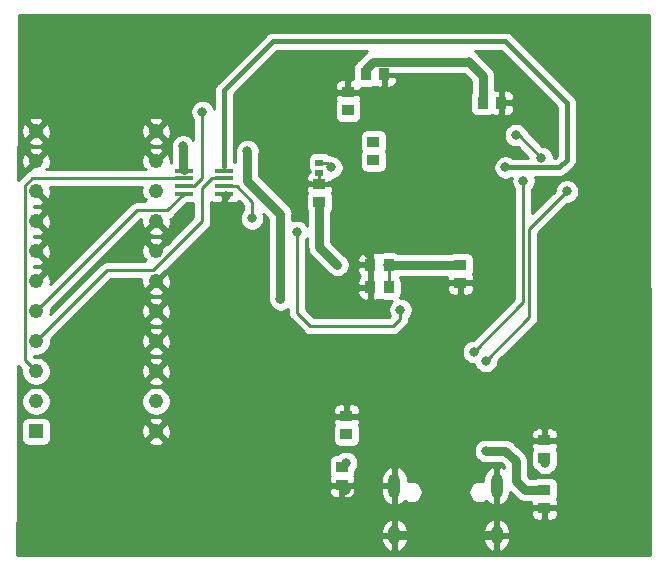
<source format=gbr>
%TF.GenerationSoftware,KiCad,Pcbnew,(5.1.8)-1*%
%TF.CreationDate,2021-05-15T14:33:14+08:00*%
%TF.ProjectId,ccd_with_stm32,6363645f-7769-4746-985f-73746d33322e,rev?*%
%TF.SameCoordinates,Original*%
%TF.FileFunction,Copper,L2,Bot*%
%TF.FilePolarity,Positive*%
%FSLAX46Y46*%
G04 Gerber Fmt 4.6, Leading zero omitted, Abs format (unit mm)*
G04 Created by KiCad (PCBNEW (5.1.8)-1) date 2021-05-15 14:33:14*
%MOMM*%
%LPD*%
G01*
G04 APERTURE LIST*
%TA.AperFunction,ComponentPad*%
%ADD10O,1.000000X2.100000*%
%TD*%
%TA.AperFunction,ComponentPad*%
%ADD11O,1.000000X1.600000*%
%TD*%
%TA.AperFunction,SMDPad,CuDef*%
%ADD12R,1.600000X0.300000*%
%TD*%
%TA.AperFunction,SMDPad,CuDef*%
%ADD13R,0.980000X0.930000*%
%TD*%
%TA.AperFunction,SMDPad,CuDef*%
%ADD14R,0.650000X0.600000*%
%TD*%
%TA.AperFunction,ComponentPad*%
%ADD15R,1.220000X1.220000*%
%TD*%
%TA.AperFunction,ComponentPad*%
%ADD16C,1.220000*%
%TD*%
%TA.AperFunction,SMDPad,CuDef*%
%ADD17R,0.930000X0.980000*%
%TD*%
%TA.AperFunction,ViaPad*%
%ADD18C,0.800000*%
%TD*%
%TA.AperFunction,Conductor*%
%ADD19C,0.254000*%
%TD*%
%TA.AperFunction,Conductor*%
%ADD20C,0.762000*%
%TD*%
%TA.AperFunction,Conductor*%
%ADD21C,0.381000*%
%TD*%
%TA.AperFunction,Conductor*%
%ADD22C,0.100000*%
%TD*%
G04 APERTURE END LIST*
D10*
%TO.P,U4,S1*%
%TO.N,GND*%
X111000000Y-141650000D03*
X102360000Y-141650000D03*
D11*
X102360000Y-145830000D03*
X111000000Y-145830000D03*
%TD*%
D12*
%TO.P,U2,8*%
%TO.N,/3v3_1*%
X84533000Y-114976000D03*
%TO.P,U2,7*%
%TO.N,Net-(IC1-Pad3)*%
X84533000Y-115626000D03*
%TO.P,U2,6*%
%TO.N,/M*%
X84533000Y-116276000D03*
%TO.P,U2,5*%
%TO.N,Net-(IC1-Pad5)*%
X84533000Y-116926000D03*
%TO.P,U2,4*%
%TO.N,GND*%
X87933000Y-116926000D03*
%TO.P,U2,3*%
%TO.N,/SH*%
X87933000Y-116276000D03*
%TO.P,U2,2*%
%TO.N,Net-(IC1-Pad4)*%
X87933000Y-115626000D03*
%TO.P,U2,1*%
%TO.N,/ICG*%
X87933000Y-114976000D03*
%TD*%
D13*
%TO.P,R3,2*%
%TO.N,Net-(R2-Pad2)*%
X100584000Y-114054000D03*
%TO.P,R3,1*%
%TO.N,/3v3_2*%
X100584000Y-112514000D03*
%TD*%
D14*
%TO.P,R2,2*%
%TO.N,Net-(R2-Pad2)*%
X96012000Y-114300000D03*
%TO.P,R2,1*%
%TO.N,GND*%
X96012000Y-115150000D03*
%TD*%
D15*
%TO.P,IC1,1*%
%TO.N,/3v3_1*%
X72009000Y-137033000D03*
D16*
%TO.P,IC1,2*%
X72009000Y-134493000D03*
%TO.P,IC1,3*%
%TO.N,Net-(IC1-Pad3)*%
X72009000Y-131953000D03*
%TO.P,IC1,4*%
%TO.N,Net-(IC1-Pad4)*%
X72009000Y-129413000D03*
%TO.P,IC1,5*%
%TO.N,Net-(IC1-Pad5)*%
X72009000Y-126873000D03*
%TO.P,IC1,6*%
%TO.N,GND*%
X72009000Y-124333000D03*
%TO.P,IC1,7*%
X72009000Y-121793000D03*
%TO.P,IC1,8*%
X72009000Y-119253000D03*
%TO.P,IC1,9*%
X72009000Y-116713000D03*
%TO.P,IC1,10*%
X72009000Y-114173000D03*
%TO.P,IC1,11*%
X72009000Y-111633000D03*
%TO.P,IC1,12*%
X82169000Y-111633000D03*
%TO.P,IC1,13*%
X82169000Y-114173000D03*
%TO.P,IC1,14*%
X82169000Y-116713000D03*
%TO.P,IC1,15*%
X82169000Y-119253000D03*
%TO.P,IC1,16*%
X82169000Y-121793000D03*
%TO.P,IC1,17*%
X82169000Y-124333000D03*
%TO.P,IC1,18*%
X82169000Y-126873000D03*
%TO.P,IC1,19*%
X82169000Y-129413000D03*
%TO.P,IC1,20*%
X82169000Y-131953000D03*
%TO.P,IC1,21*%
%TO.N,Net-(IC1-Pad21)*%
X82169000Y-134493000D03*
%TO.P,IC1,22*%
%TO.N,GND*%
X82169000Y-137033000D03*
%TD*%
D13*
%TO.P,C15,2*%
%TO.N,GND*%
X97917000Y-141613000D03*
%TO.P,C15,1*%
%TO.N,/3v3_1*%
X97917000Y-140073000D03*
%TD*%
%TO.P,C14,2*%
%TO.N,GND*%
X96012000Y-116070000D03*
%TO.P,C14,1*%
%TO.N,/3v3_2*%
X96012000Y-117610000D03*
%TD*%
%TO.P,C13,2*%
%TO.N,GND*%
X98425000Y-108323000D03*
%TO.P,C13,1*%
%TO.N,/3v3_2*%
X98425000Y-109863000D03*
%TD*%
%TO.P,C12,2*%
%TO.N,GND*%
X98298000Y-135755000D03*
%TO.P,C12,1*%
%TO.N,VCC*%
X98298000Y-137295000D03*
%TD*%
D17*
%TO.P,C11,2*%
%TO.N,GND*%
X101481000Y-106807000D03*
%TO.P,C11,1*%
%TO.N,/3v3_2*%
X99941000Y-106807000D03*
%TD*%
%TO.P,C9,2*%
%TO.N,GND*%
X111387000Y-109220000D03*
%TO.P,C9,1*%
%TO.N,/3v3_2*%
X109847000Y-109220000D03*
%TD*%
D13*
%TO.P,C8,2*%
%TO.N,GND*%
X107950000Y-124468000D03*
%TO.P,C8,1*%
%TO.N,/3v3_2*%
X107950000Y-122928000D03*
%TD*%
D17*
%TO.P,C6,2*%
%TO.N,GND*%
X100322000Y-124841000D03*
%TO.P,C6,1*%
%TO.N,/3v3_2*%
X101862000Y-124841000D03*
%TD*%
%TO.P,C5,2*%
%TO.N,GND*%
X100322000Y-122936000D03*
%TO.P,C5,1*%
%TO.N,/3v3_2*%
X101862000Y-122936000D03*
%TD*%
D13*
%TO.P,C2,2*%
%TO.N,GND*%
X115062000Y-137795000D03*
%TO.P,C2,1*%
%TO.N,/3v3_2*%
X115062000Y-139335000D03*
%TD*%
%TO.P,C1,2*%
%TO.N,GND*%
X115062000Y-143518000D03*
%TO.P,C1,1*%
%TO.N,VCC*%
X115062000Y-141978000D03*
%TD*%
D18*
%TO.N,VCC*%
X98298000Y-137287000D03*
%TO.N,GND*%
X115062000Y-137795000D03*
X115062000Y-143518000D03*
X107958000Y-124460000D03*
X101473000Y-106807000D03*
X96012000Y-116078000D03*
X99568000Y-121666000D03*
X118999000Y-108458000D03*
X88138000Y-117094000D03*
X98250000Y-142000000D03*
%TO.N,VCC*%
X115110000Y-142000000D03*
X110109000Y-138684000D03*
%TO.N,/3v3_2*%
X96012000Y-117602000D03*
X98425000Y-109855000D03*
X99949000Y-106807000D03*
X109855000Y-109220000D03*
X101854000Y-122936000D03*
X107950000Y-122936000D03*
X97536000Y-122936000D03*
X100584000Y-112522000D03*
X108656999Y-105735999D03*
X115110000Y-139700000D03*
%TO.N,/3v3_1*%
X92710000Y-125865000D03*
X89916000Y-113284000D03*
X84455000Y-112903000D03*
X98250000Y-139700000D03*
%TO.N,/SWDIO*%
X114808000Y-113890500D03*
X112649000Y-111958000D03*
%TO.N,Net-(R2-Pad2)*%
X100584000Y-114054000D03*
X97028000Y-114681000D03*
%TO.N,/M*%
X86106000Y-109982000D03*
%TO.N,/DP*%
X110109000Y-131064000D03*
X116967000Y-116713000D03*
%TO.N,/DM*%
X109093000Y-130302000D03*
X113284000Y-115824000D03*
%TO.N,/ICG*%
X111760000Y-114681000D03*
%TO.N,/SH*%
X90297000Y-118999000D03*
X94107000Y-120142000D03*
X102870000Y-126746000D03*
%TD*%
D19*
%TO.N,GND*%
X107950000Y-124468000D02*
X107958000Y-124460000D01*
X100322000Y-124841000D02*
X100322000Y-122936000D01*
X100322000Y-122420000D02*
X99568000Y-121666000D01*
X100322000Y-122936000D02*
X100322000Y-122420000D01*
D20*
X102360000Y-145830000D02*
X111000000Y-145830000D01*
D19*
X96012000Y-115150000D02*
X96012000Y-116078000D01*
D21*
%TO.N,VCC*%
X115084000Y-142000000D02*
X115062000Y-141978000D01*
X115110000Y-142000000D02*
X115084000Y-142000000D01*
D20*
X115110000Y-142000000D02*
X113425000Y-142000000D01*
X113425000Y-142000000D02*
X112649000Y-141224000D01*
X112649000Y-141224000D02*
X112649000Y-139573000D01*
X111760000Y-138684000D02*
X110109000Y-138684000D01*
X112649000Y-139573000D02*
X111760000Y-138684000D01*
D19*
%TO.N,/3v3_2*%
X96012000Y-117610000D02*
X96012000Y-117602000D01*
X98425000Y-109863000D02*
X98425000Y-109855000D01*
X99941000Y-106807000D02*
X99949000Y-106807000D01*
X109847000Y-109220000D02*
X109855000Y-109220000D01*
X101862000Y-122936000D02*
X101854000Y-122936000D01*
X101862000Y-122944000D02*
X101854000Y-122936000D01*
X101862000Y-124841000D02*
X101862000Y-122944000D01*
X107950000Y-122928000D02*
X107950000Y-122936000D01*
D20*
X107942000Y-122936000D02*
X107950000Y-122928000D01*
X101854000Y-122936000D02*
X107942000Y-122936000D01*
X96012000Y-121412000D02*
X97536000Y-122936000D01*
X96012000Y-117602000D02*
X96012000Y-121412000D01*
X99941000Y-106346198D02*
X100551199Y-105735999D01*
X100551199Y-105735999D02*
X108656999Y-105735999D01*
X99941000Y-106807000D02*
X99941000Y-106346198D01*
X109847000Y-106926000D02*
X109847000Y-109220000D01*
X108656999Y-105735999D02*
X109847000Y-106926000D01*
D19*
X100584000Y-112514000D02*
X100584000Y-112522000D01*
D20*
%TO.N,/3v3_1*%
X92710000Y-125865000D02*
X92710000Y-118618000D01*
X89916000Y-115824000D02*
X89916000Y-113284000D01*
X92710000Y-118618000D02*
X89916000Y-115824000D01*
X84455000Y-114816999D02*
X84533000Y-114894999D01*
X84455000Y-112903000D02*
X84455000Y-114816999D01*
D19*
%TO.N,Net-(IC1-Pad3)*%
X71709238Y-115626000D02*
X84533000Y-115626000D01*
X71071999Y-116263239D02*
X71709238Y-115626000D01*
X71071999Y-131015999D02*
X71071999Y-116263239D01*
X72009000Y-131953000D02*
X71071999Y-131015999D01*
%TO.N,Net-(IC1-Pad4)*%
X78026001Y-123395999D02*
X72009000Y-129413000D01*
X81952763Y-123395999D02*
X78026001Y-123395999D01*
X86106000Y-119242762D02*
X81952763Y-123395999D01*
X86106000Y-116399000D02*
X86106000Y-119242762D01*
X86879000Y-115626000D02*
X86106000Y-116399000D01*
X87933000Y-115626000D02*
X86879000Y-115626000D01*
%TO.N,Net-(IC1-Pad5)*%
X83143001Y-118315999D02*
X84533000Y-116926000D01*
X80566001Y-118315999D02*
X83143001Y-118315999D01*
X72009000Y-126873000D02*
X80566001Y-118315999D01*
%TO.N,/SWDIO*%
X112875500Y-111958000D02*
X112649000Y-111958000D01*
X114808000Y-113890500D02*
X112875500Y-111958000D01*
%TO.N,Net-(R2-Pad2)*%
X96647000Y-114300000D02*
X96012000Y-114300000D01*
X97028000Y-114681000D02*
X96647000Y-114300000D01*
%TO.N,/M*%
X86106000Y-115591602D02*
X86106000Y-109982000D01*
X85421602Y-116276000D02*
X86106000Y-115591602D01*
X84533000Y-116276000D02*
X85421602Y-116276000D01*
%TO.N,/DP*%
X110109000Y-131064000D02*
X113792000Y-127381000D01*
X113792000Y-119888000D02*
X116967000Y-116713000D01*
X113792000Y-127381000D02*
X113792000Y-119888000D01*
%TO.N,/DM*%
X109093000Y-130302000D02*
X113284000Y-126111000D01*
X113284000Y-126111000D02*
X113284000Y-115824000D01*
%TO.N,/ICG*%
X87933000Y-114976000D02*
X87933000Y-114572000D01*
D21*
X87933000Y-114572000D02*
X87933000Y-108155000D01*
X87933000Y-108155000D02*
X92075000Y-104013000D01*
X92075000Y-104013000D02*
X111760000Y-104013000D01*
X111760000Y-104013000D02*
X116967000Y-109220000D01*
X116967000Y-109220000D02*
X116967000Y-114046000D01*
X116332000Y-114681000D02*
X111760000Y-114681000D01*
X116967000Y-114046000D02*
X116332000Y-114681000D01*
D19*
%TO.N,/SH*%
X90297000Y-117586000D02*
X90297000Y-118999000D01*
X88987000Y-116276000D02*
X90297000Y-117586000D01*
X87933000Y-116276000D02*
X88987000Y-116276000D01*
X94107000Y-120142000D02*
X94107000Y-124968000D01*
X94107000Y-124968000D02*
X94107000Y-125603000D01*
X94107000Y-125603000D02*
X94107000Y-126492000D01*
X94107000Y-126492000D02*
X94107000Y-127000000D01*
X94107000Y-127000000D02*
X95250000Y-128143000D01*
X95250000Y-128143000D02*
X99822000Y-128143000D01*
X99822000Y-128143000D02*
X102235000Y-128143000D01*
X102870000Y-127508000D02*
X102870000Y-126746000D01*
X102235000Y-128143000D02*
X102870000Y-127508000D01*
%TD*%
%TO.N,GND*%
X124002084Y-147499000D02*
X70434916Y-147499000D01*
X70439072Y-145957000D01*
X101225000Y-145957000D01*
X101225000Y-146257000D01*
X101271585Y-146475987D01*
X101359997Y-146681678D01*
X101486839Y-146866169D01*
X101647236Y-147022369D01*
X101835024Y-147144276D01*
X102058126Y-147224119D01*
X102233000Y-147097954D01*
X102233000Y-145957000D01*
X102487000Y-145957000D01*
X102487000Y-147097954D01*
X102661874Y-147224119D01*
X102884976Y-147144276D01*
X103072764Y-147022369D01*
X103233161Y-146866169D01*
X103360003Y-146681678D01*
X103448415Y-146475987D01*
X103495000Y-146257000D01*
X103495000Y-145957000D01*
X109865000Y-145957000D01*
X109865000Y-146257000D01*
X109911585Y-146475987D01*
X109999997Y-146681678D01*
X110126839Y-146866169D01*
X110287236Y-147022369D01*
X110475024Y-147144276D01*
X110698126Y-147224119D01*
X110873000Y-147097954D01*
X110873000Y-145957000D01*
X111127000Y-145957000D01*
X111127000Y-147097954D01*
X111301874Y-147224119D01*
X111524976Y-147144276D01*
X111712764Y-147022369D01*
X111873161Y-146866169D01*
X112000003Y-146681678D01*
X112088415Y-146475987D01*
X112135000Y-146257000D01*
X112135000Y-145957000D01*
X111127000Y-145957000D01*
X110873000Y-145957000D01*
X109865000Y-145957000D01*
X103495000Y-145957000D01*
X102487000Y-145957000D01*
X102233000Y-145957000D01*
X101225000Y-145957000D01*
X70439072Y-145957000D01*
X70440565Y-145403000D01*
X101225000Y-145403000D01*
X101225000Y-145703000D01*
X102233000Y-145703000D01*
X102233000Y-144562046D01*
X102487000Y-144562046D01*
X102487000Y-145703000D01*
X103495000Y-145703000D01*
X103495000Y-145403000D01*
X109865000Y-145403000D01*
X109865000Y-145703000D01*
X110873000Y-145703000D01*
X110873000Y-144562046D01*
X111127000Y-144562046D01*
X111127000Y-145703000D01*
X112135000Y-145703000D01*
X112135000Y-145403000D01*
X112088415Y-145184013D01*
X112000003Y-144978322D01*
X111873161Y-144793831D01*
X111712764Y-144637631D01*
X111524976Y-144515724D01*
X111301874Y-144435881D01*
X111127000Y-144562046D01*
X110873000Y-144562046D01*
X110698126Y-144435881D01*
X110475024Y-144515724D01*
X110287236Y-144637631D01*
X110126839Y-144793831D01*
X109999997Y-144978322D01*
X109911585Y-145184013D01*
X109865000Y-145403000D01*
X103495000Y-145403000D01*
X103448415Y-145184013D01*
X103360003Y-144978322D01*
X103233161Y-144793831D01*
X103072764Y-144637631D01*
X102884976Y-144515724D01*
X102661874Y-144435881D01*
X102487000Y-144562046D01*
X102233000Y-144562046D01*
X102058126Y-144435881D01*
X101835024Y-144515724D01*
X101647236Y-144637631D01*
X101486839Y-144793831D01*
X101359997Y-144978322D01*
X101271585Y-145184013D01*
X101225000Y-145403000D01*
X70440565Y-145403000D01*
X70444392Y-143983000D01*
X113933928Y-143983000D01*
X113946188Y-144107482D01*
X113982498Y-144227180D01*
X114041463Y-144337494D01*
X114120815Y-144434185D01*
X114217506Y-144513537D01*
X114327820Y-144572502D01*
X114447518Y-144608812D01*
X114572000Y-144621072D01*
X114776250Y-144618000D01*
X114935000Y-144459250D01*
X114935000Y-143645000D01*
X115189000Y-143645000D01*
X115189000Y-144459250D01*
X115347750Y-144618000D01*
X115552000Y-144621072D01*
X115676482Y-144608812D01*
X115796180Y-144572502D01*
X115906494Y-144513537D01*
X116003185Y-144434185D01*
X116082537Y-144337494D01*
X116141502Y-144227180D01*
X116177812Y-144107482D01*
X116190072Y-143983000D01*
X116187000Y-143803750D01*
X116028250Y-143645000D01*
X115189000Y-143645000D01*
X114935000Y-143645000D01*
X114095750Y-143645000D01*
X113937000Y-143803750D01*
X113933928Y-143983000D01*
X70444392Y-143983000D01*
X70449527Y-142078000D01*
X96788928Y-142078000D01*
X96801188Y-142202482D01*
X96837498Y-142322180D01*
X96896463Y-142432494D01*
X96975815Y-142529185D01*
X97072506Y-142608537D01*
X97182820Y-142667502D01*
X97302518Y-142703812D01*
X97427000Y-142716072D01*
X97631250Y-142713000D01*
X97790000Y-142554250D01*
X97790000Y-141740000D01*
X98044000Y-141740000D01*
X98044000Y-142554250D01*
X98202750Y-142713000D01*
X98407000Y-142716072D01*
X98531482Y-142703812D01*
X98651180Y-142667502D01*
X98761494Y-142608537D01*
X98858185Y-142529185D01*
X98937537Y-142432494D01*
X98996502Y-142322180D01*
X99032812Y-142202482D01*
X99045072Y-142078000D01*
X99042000Y-141898750D01*
X98920250Y-141777000D01*
X101225000Y-141777000D01*
X101225000Y-142327000D01*
X101271585Y-142545987D01*
X101359997Y-142751678D01*
X101486839Y-142936169D01*
X101647236Y-143092369D01*
X101835024Y-143214276D01*
X102058126Y-143294119D01*
X102233000Y-143167954D01*
X102233000Y-141777000D01*
X101225000Y-141777000D01*
X98920250Y-141777000D01*
X98883250Y-141740000D01*
X98044000Y-141740000D01*
X97790000Y-141740000D01*
X96950750Y-141740000D01*
X96792000Y-141898750D01*
X96788928Y-142078000D01*
X70449527Y-142078000D01*
X70456184Y-139608000D01*
X96788928Y-139608000D01*
X96788928Y-140538000D01*
X96801188Y-140662482D01*
X96837498Y-140782180D01*
X96870007Y-140843000D01*
X96837498Y-140903820D01*
X96801188Y-141023518D01*
X96788928Y-141148000D01*
X96792000Y-141327250D01*
X96950750Y-141486000D01*
X97790000Y-141486000D01*
X97790000Y-141466000D01*
X98044000Y-141466000D01*
X98044000Y-141486000D01*
X98883250Y-141486000D01*
X99042000Y-141327250D01*
X99045072Y-141148000D01*
X99032812Y-141023518D01*
X99017488Y-140973000D01*
X101225000Y-140973000D01*
X101225000Y-141523000D01*
X102233000Y-141523000D01*
X102233000Y-140132046D01*
X102487000Y-140132046D01*
X102487000Y-141523000D01*
X102507000Y-141523000D01*
X102507000Y-141777000D01*
X102487000Y-141777000D01*
X102487000Y-143167954D01*
X102661874Y-143294119D01*
X102884976Y-143214276D01*
X103072764Y-143092369D01*
X103217116Y-142951794D01*
X103335269Y-143030741D01*
X103509978Y-143103108D01*
X103695448Y-143140000D01*
X103884552Y-143140000D01*
X104070022Y-143103108D01*
X104244731Y-143030741D01*
X104401964Y-142925681D01*
X104535681Y-142791964D01*
X104640741Y-142634731D01*
X104713108Y-142460022D01*
X104750000Y-142274552D01*
X104750000Y-142085448D01*
X108610000Y-142085448D01*
X108610000Y-142274552D01*
X108646892Y-142460022D01*
X108719259Y-142634731D01*
X108824319Y-142791964D01*
X108958036Y-142925681D01*
X109115269Y-143030741D01*
X109289978Y-143103108D01*
X109475448Y-143140000D01*
X109664552Y-143140000D01*
X109850022Y-143103108D01*
X110024731Y-143030741D01*
X110142884Y-142951794D01*
X110287236Y-143092369D01*
X110475024Y-143214276D01*
X110698126Y-143294119D01*
X110873000Y-143167954D01*
X110873000Y-141777000D01*
X110853000Y-141777000D01*
X110853000Y-141523000D01*
X110873000Y-141523000D01*
X110873000Y-140132046D01*
X110698126Y-140005881D01*
X110475024Y-140085724D01*
X110287236Y-140207631D01*
X110126839Y-140363831D01*
X109999997Y-140548322D01*
X109911585Y-140754013D01*
X109865000Y-140973000D01*
X109865000Y-141263096D01*
X109850022Y-141256892D01*
X109664552Y-141220000D01*
X109475448Y-141220000D01*
X109289978Y-141256892D01*
X109115269Y-141329259D01*
X108958036Y-141434319D01*
X108824319Y-141568036D01*
X108719259Y-141725269D01*
X108646892Y-141899978D01*
X108610000Y-142085448D01*
X104750000Y-142085448D01*
X104713108Y-141899978D01*
X104640741Y-141725269D01*
X104535681Y-141568036D01*
X104401964Y-141434319D01*
X104244731Y-141329259D01*
X104070022Y-141256892D01*
X103884552Y-141220000D01*
X103695448Y-141220000D01*
X103509978Y-141256892D01*
X103495000Y-141263096D01*
X103495000Y-140973000D01*
X103448415Y-140754013D01*
X103360003Y-140548322D01*
X103233161Y-140363831D01*
X103072764Y-140207631D01*
X102884976Y-140085724D01*
X102661874Y-140005881D01*
X102487000Y-140132046D01*
X102233000Y-140132046D01*
X102058126Y-140005881D01*
X101835024Y-140085724D01*
X101647236Y-140207631D01*
X101486839Y-140363831D01*
X101359997Y-140548322D01*
X101271585Y-140754013D01*
X101225000Y-140973000D01*
X99017488Y-140973000D01*
X98996502Y-140903820D01*
X98963993Y-140843000D01*
X98996502Y-140782180D01*
X99032812Y-140662482D01*
X99045072Y-140538000D01*
X99045072Y-140368639D01*
X99053937Y-140359774D01*
X99167205Y-140190256D01*
X99245226Y-140001898D01*
X99285000Y-139801939D01*
X99285000Y-139598061D01*
X99245226Y-139398102D01*
X99167205Y-139209744D01*
X99053937Y-139040226D01*
X98909774Y-138896063D01*
X98740256Y-138782795D01*
X98551898Y-138704774D01*
X98351939Y-138665000D01*
X98148061Y-138665000D01*
X97948102Y-138704774D01*
X97759744Y-138782795D01*
X97590226Y-138896063D01*
X97516361Y-138969928D01*
X97427000Y-138969928D01*
X97302518Y-138982188D01*
X97182820Y-139018498D01*
X97072506Y-139077463D01*
X96975815Y-139156815D01*
X96896463Y-139253506D01*
X96837498Y-139363820D01*
X96801188Y-139483518D01*
X96788928Y-139608000D01*
X70456184Y-139608000D01*
X70458949Y-138582061D01*
X109074000Y-138582061D01*
X109074000Y-138785939D01*
X109113774Y-138985898D01*
X109191795Y-139174256D01*
X109305063Y-139343774D01*
X109449226Y-139487937D01*
X109618744Y-139601205D01*
X109807102Y-139679226D01*
X110007061Y-139719000D01*
X110210939Y-139719000D01*
X110306459Y-139700000D01*
X111339160Y-139700000D01*
X111633001Y-139993841D01*
X111633001Y-140155851D01*
X111524976Y-140085724D01*
X111301874Y-140005881D01*
X111127000Y-140132046D01*
X111127000Y-141523000D01*
X111147000Y-141523000D01*
X111147000Y-141777000D01*
X111127000Y-141777000D01*
X111127000Y-143167954D01*
X111301874Y-143294119D01*
X111524976Y-143214276D01*
X111712764Y-143092369D01*
X111873161Y-142936169D01*
X112000003Y-142751678D01*
X112088415Y-142545987D01*
X112135000Y-142327000D01*
X112135000Y-142146840D01*
X112671292Y-142683133D01*
X112703104Y-142721896D01*
X112857810Y-142848860D01*
X113006841Y-142928518D01*
X113034313Y-142943202D01*
X113225829Y-143001298D01*
X113425000Y-143020915D01*
X113474902Y-143016000D01*
X113937572Y-143016000D01*
X113933928Y-143053000D01*
X113937000Y-143232250D01*
X114095750Y-143391000D01*
X114935000Y-143391000D01*
X114935000Y-143371000D01*
X115189000Y-143371000D01*
X115189000Y-143391000D01*
X116028250Y-143391000D01*
X116187000Y-143232250D01*
X116190072Y-143053000D01*
X116177812Y-142928518D01*
X116141502Y-142808820D01*
X116108993Y-142748000D01*
X116141502Y-142687180D01*
X116177812Y-142567482D01*
X116190072Y-142443000D01*
X116190072Y-141513000D01*
X116177812Y-141388518D01*
X116141502Y-141268820D01*
X116082537Y-141158506D01*
X116003185Y-141061815D01*
X115906494Y-140982463D01*
X115796180Y-140923498D01*
X115676482Y-140887188D01*
X115552000Y-140874928D01*
X114572000Y-140874928D01*
X114447518Y-140887188D01*
X114327820Y-140923498D01*
X114217506Y-140982463D01*
X114215633Y-140984000D01*
X113845841Y-140984000D01*
X113665000Y-140803160D01*
X113665000Y-139622902D01*
X113669915Y-139573000D01*
X113650298Y-139373829D01*
X113592202Y-139182312D01*
X113534675Y-139074687D01*
X113497860Y-139005810D01*
X113370896Y-138851104D01*
X113332133Y-138819292D01*
X112772841Y-138260000D01*
X113933928Y-138260000D01*
X113946188Y-138384482D01*
X113982498Y-138504180D01*
X114015007Y-138565000D01*
X113982498Y-138625820D01*
X113946188Y-138745518D01*
X113933928Y-138870000D01*
X113933928Y-139800000D01*
X113946188Y-139924482D01*
X113982498Y-140044180D01*
X114041463Y-140154494D01*
X114120815Y-140251185D01*
X114217506Y-140330537D01*
X114327820Y-140389502D01*
X114339262Y-140392973D01*
X114450226Y-140503937D01*
X114619744Y-140617205D01*
X114808102Y-140695226D01*
X115008061Y-140735000D01*
X115211939Y-140735000D01*
X115411898Y-140695226D01*
X115600256Y-140617205D01*
X115769774Y-140503937D01*
X115913937Y-140359774D01*
X115966228Y-140281515D01*
X116003185Y-140251185D01*
X116082537Y-140154494D01*
X116141502Y-140044180D01*
X116177812Y-139924482D01*
X116190072Y-139800000D01*
X116190072Y-138870000D01*
X116177812Y-138745518D01*
X116141502Y-138625820D01*
X116108993Y-138565000D01*
X116141502Y-138504180D01*
X116177812Y-138384482D01*
X116190072Y-138260000D01*
X116187000Y-138080750D01*
X116028250Y-137922000D01*
X115189000Y-137922000D01*
X115189000Y-137942000D01*
X114935000Y-137942000D01*
X114935000Y-137922000D01*
X114095750Y-137922000D01*
X113937000Y-138080750D01*
X113933928Y-138260000D01*
X112772841Y-138260000D01*
X112513712Y-138000872D01*
X112481896Y-137962104D01*
X112327190Y-137835140D01*
X112150687Y-137740798D01*
X111959171Y-137682702D01*
X111809902Y-137668000D01*
X111760000Y-137663085D01*
X111710098Y-137668000D01*
X110306459Y-137668000D01*
X110210939Y-137649000D01*
X110007061Y-137649000D01*
X109807102Y-137688774D01*
X109618744Y-137766795D01*
X109449226Y-137880063D01*
X109305063Y-138024226D01*
X109191795Y-138193744D01*
X109113774Y-138382102D01*
X109074000Y-138582061D01*
X70458949Y-138582061D01*
X70464770Y-136423000D01*
X70760928Y-136423000D01*
X70760928Y-137643000D01*
X70773188Y-137767482D01*
X70809498Y-137887180D01*
X70868463Y-137997494D01*
X70947815Y-138094185D01*
X71044506Y-138173537D01*
X71154820Y-138232502D01*
X71274518Y-138268812D01*
X71399000Y-138281072D01*
X72619000Y-138281072D01*
X72743482Y-138268812D01*
X72863180Y-138232502D01*
X72973494Y-138173537D01*
X73070185Y-138094185D01*
X73149537Y-137997494D01*
X73207037Y-137889919D01*
X81491686Y-137889919D01*
X81540211Y-138114520D01*
X81763287Y-138216409D01*
X82001954Y-138272821D01*
X82247041Y-138281587D01*
X82489128Y-138242370D01*
X82718914Y-138156679D01*
X82797789Y-138114520D01*
X82846314Y-137889919D01*
X82169000Y-137212605D01*
X81491686Y-137889919D01*
X73207037Y-137889919D01*
X73208502Y-137887180D01*
X73244812Y-137767482D01*
X73257072Y-137643000D01*
X73257072Y-137111041D01*
X80920413Y-137111041D01*
X80959630Y-137353128D01*
X81045321Y-137582914D01*
X81087480Y-137661789D01*
X81312081Y-137710314D01*
X81989395Y-137033000D01*
X82348605Y-137033000D01*
X83025919Y-137710314D01*
X83250520Y-137661789D01*
X83352409Y-137438713D01*
X83408821Y-137200046D01*
X83417587Y-136954959D01*
X83378370Y-136712872D01*
X83292679Y-136483086D01*
X83250520Y-136404211D01*
X83025919Y-136355686D01*
X82348605Y-137033000D01*
X81989395Y-137033000D01*
X81312081Y-136355686D01*
X81087480Y-136404211D01*
X80985591Y-136627287D01*
X80929179Y-136865954D01*
X80920413Y-137111041D01*
X73257072Y-137111041D01*
X73257072Y-136423000D01*
X73244812Y-136298518D01*
X73208502Y-136178820D01*
X73207038Y-136176081D01*
X81491686Y-136176081D01*
X82169000Y-136853395D01*
X82802395Y-136220000D01*
X97169928Y-136220000D01*
X97182188Y-136344482D01*
X97218498Y-136464180D01*
X97251007Y-136525000D01*
X97218498Y-136585820D01*
X97182188Y-136705518D01*
X97169928Y-136830000D01*
X97169928Y-137760000D01*
X97182188Y-137884482D01*
X97218498Y-138004180D01*
X97277463Y-138114494D01*
X97356815Y-138211185D01*
X97453506Y-138290537D01*
X97563820Y-138349502D01*
X97683518Y-138385812D01*
X97808000Y-138398072D01*
X98788000Y-138398072D01*
X98912482Y-138385812D01*
X99032180Y-138349502D01*
X99142494Y-138290537D01*
X99239185Y-138211185D01*
X99318537Y-138114494D01*
X99377502Y-138004180D01*
X99413812Y-137884482D01*
X99426072Y-137760000D01*
X99426072Y-137330000D01*
X113933928Y-137330000D01*
X113937000Y-137509250D01*
X114095750Y-137668000D01*
X114935000Y-137668000D01*
X114935000Y-136853750D01*
X115189000Y-136853750D01*
X115189000Y-137668000D01*
X116028250Y-137668000D01*
X116187000Y-137509250D01*
X116190072Y-137330000D01*
X116177812Y-137205518D01*
X116141502Y-137085820D01*
X116082537Y-136975506D01*
X116003185Y-136878815D01*
X115906494Y-136799463D01*
X115796180Y-136740498D01*
X115676482Y-136704188D01*
X115552000Y-136691928D01*
X115347750Y-136695000D01*
X115189000Y-136853750D01*
X114935000Y-136853750D01*
X114776250Y-136695000D01*
X114572000Y-136691928D01*
X114447518Y-136704188D01*
X114327820Y-136740498D01*
X114217506Y-136799463D01*
X114120815Y-136878815D01*
X114041463Y-136975506D01*
X113982498Y-137085820D01*
X113946188Y-137205518D01*
X113933928Y-137330000D01*
X99426072Y-137330000D01*
X99426072Y-136830000D01*
X99413812Y-136705518D01*
X99377502Y-136585820D01*
X99344993Y-136525000D01*
X99377502Y-136464180D01*
X99413812Y-136344482D01*
X99426072Y-136220000D01*
X99423000Y-136040750D01*
X99264250Y-135882000D01*
X98425000Y-135882000D01*
X98425000Y-135902000D01*
X98171000Y-135902000D01*
X98171000Y-135882000D01*
X97331750Y-135882000D01*
X97173000Y-136040750D01*
X97169928Y-136220000D01*
X82802395Y-136220000D01*
X82846314Y-136176081D01*
X82797789Y-135951480D01*
X82574713Y-135849591D01*
X82336046Y-135793179D01*
X82090959Y-135784413D01*
X81848872Y-135823630D01*
X81619086Y-135909321D01*
X81540211Y-135951480D01*
X81491686Y-136176081D01*
X73207038Y-136176081D01*
X73149537Y-136068506D01*
X73070185Y-135971815D01*
X72973494Y-135892463D01*
X72863180Y-135833498D01*
X72743482Y-135797188D01*
X72619000Y-135784928D01*
X71399000Y-135784928D01*
X71274518Y-135797188D01*
X71154820Y-135833498D01*
X71044506Y-135892463D01*
X70947815Y-135971815D01*
X70868463Y-136068506D01*
X70809498Y-136178820D01*
X70773188Y-136298518D01*
X70760928Y-136423000D01*
X70464770Y-136423000D01*
X70470302Y-134370378D01*
X70764000Y-134370378D01*
X70764000Y-134615622D01*
X70811845Y-134856153D01*
X70905695Y-135082729D01*
X71041945Y-135286641D01*
X71215359Y-135460055D01*
X71419271Y-135596305D01*
X71645847Y-135690155D01*
X71886378Y-135738000D01*
X72131622Y-135738000D01*
X72372153Y-135690155D01*
X72598729Y-135596305D01*
X72802641Y-135460055D01*
X72976055Y-135286641D01*
X73112305Y-135082729D01*
X73206155Y-134856153D01*
X73254000Y-134615622D01*
X73254000Y-134370378D01*
X80924000Y-134370378D01*
X80924000Y-134615622D01*
X80971845Y-134856153D01*
X81065695Y-135082729D01*
X81201945Y-135286641D01*
X81375359Y-135460055D01*
X81579271Y-135596305D01*
X81805847Y-135690155D01*
X82046378Y-135738000D01*
X82291622Y-135738000D01*
X82532153Y-135690155D01*
X82758729Y-135596305D01*
X82962641Y-135460055D01*
X83132696Y-135290000D01*
X97169928Y-135290000D01*
X97173000Y-135469250D01*
X97331750Y-135628000D01*
X98171000Y-135628000D01*
X98171000Y-134813750D01*
X98425000Y-134813750D01*
X98425000Y-135628000D01*
X99264250Y-135628000D01*
X99423000Y-135469250D01*
X99426072Y-135290000D01*
X99413812Y-135165518D01*
X99377502Y-135045820D01*
X99318537Y-134935506D01*
X99239185Y-134838815D01*
X99142494Y-134759463D01*
X99032180Y-134700498D01*
X98912482Y-134664188D01*
X98788000Y-134651928D01*
X98583750Y-134655000D01*
X98425000Y-134813750D01*
X98171000Y-134813750D01*
X98012250Y-134655000D01*
X97808000Y-134651928D01*
X97683518Y-134664188D01*
X97563820Y-134700498D01*
X97453506Y-134759463D01*
X97356815Y-134838815D01*
X97277463Y-134935506D01*
X97218498Y-135045820D01*
X97182188Y-135165518D01*
X97169928Y-135290000D01*
X83132696Y-135290000D01*
X83136055Y-135286641D01*
X83272305Y-135082729D01*
X83366155Y-134856153D01*
X83414000Y-134615622D01*
X83414000Y-134370378D01*
X83366155Y-134129847D01*
X83272305Y-133903271D01*
X83136055Y-133699359D01*
X82962641Y-133525945D01*
X82758729Y-133389695D01*
X82532153Y-133295845D01*
X82291622Y-133248000D01*
X82046378Y-133248000D01*
X81805847Y-133295845D01*
X81579271Y-133389695D01*
X81375359Y-133525945D01*
X81201945Y-133699359D01*
X81065695Y-133903271D01*
X80971845Y-134129847D01*
X80924000Y-134370378D01*
X73254000Y-134370378D01*
X73206155Y-134129847D01*
X73112305Y-133903271D01*
X72976055Y-133699359D01*
X72802641Y-133525945D01*
X72598729Y-133389695D01*
X72372153Y-133295845D01*
X72131622Y-133248000D01*
X71886378Y-133248000D01*
X71645847Y-133295845D01*
X71419271Y-133389695D01*
X71215359Y-133525945D01*
X71041945Y-133699359D01*
X70905695Y-133903271D01*
X70811845Y-134129847D01*
X70764000Y-134370378D01*
X70470302Y-134370378D01*
X70478058Y-131493425D01*
X70530577Y-131557421D01*
X70559653Y-131581283D01*
X70771424Y-131793054D01*
X70764000Y-131830378D01*
X70764000Y-132075622D01*
X70811845Y-132316153D01*
X70905695Y-132542729D01*
X71041945Y-132746641D01*
X71215359Y-132920055D01*
X71419271Y-133056305D01*
X71645847Y-133150155D01*
X71886378Y-133198000D01*
X72131622Y-133198000D01*
X72372153Y-133150155D01*
X72598729Y-133056305D01*
X72802641Y-132920055D01*
X72912777Y-132809919D01*
X81491686Y-132809919D01*
X81540211Y-133034520D01*
X81763287Y-133136409D01*
X82001954Y-133192821D01*
X82247041Y-133201587D01*
X82489128Y-133162370D01*
X82718914Y-133076679D01*
X82797789Y-133034520D01*
X82846314Y-132809919D01*
X82169000Y-132132605D01*
X81491686Y-132809919D01*
X72912777Y-132809919D01*
X72976055Y-132746641D01*
X73112305Y-132542729D01*
X73206155Y-132316153D01*
X73254000Y-132075622D01*
X73254000Y-132031041D01*
X80920413Y-132031041D01*
X80959630Y-132273128D01*
X81045321Y-132502914D01*
X81087480Y-132581789D01*
X81312081Y-132630314D01*
X81989395Y-131953000D01*
X82348605Y-131953000D01*
X83025919Y-132630314D01*
X83250520Y-132581789D01*
X83352409Y-132358713D01*
X83408821Y-132120046D01*
X83417587Y-131874959D01*
X83378370Y-131632872D01*
X83292679Y-131403086D01*
X83250520Y-131324211D01*
X83025919Y-131275686D01*
X82348605Y-131953000D01*
X81989395Y-131953000D01*
X81312081Y-131275686D01*
X81087480Y-131324211D01*
X80985591Y-131547287D01*
X80929179Y-131785954D01*
X80920413Y-132031041D01*
X73254000Y-132031041D01*
X73254000Y-131830378D01*
X73206155Y-131589847D01*
X73112305Y-131363271D01*
X72976055Y-131159359D01*
X72912777Y-131096081D01*
X81491686Y-131096081D01*
X82169000Y-131773395D01*
X82846314Y-131096081D01*
X82797789Y-130871480D01*
X82574713Y-130769591D01*
X82336046Y-130713179D01*
X82090959Y-130704413D01*
X81848872Y-130743630D01*
X81619086Y-130829321D01*
X81540211Y-130871480D01*
X81491686Y-131096081D01*
X72912777Y-131096081D01*
X72802641Y-130985945D01*
X72598729Y-130849695D01*
X72372153Y-130755845D01*
X72131622Y-130708000D01*
X71886378Y-130708000D01*
X71849054Y-130715424D01*
X71833999Y-130700369D01*
X71833999Y-130647581D01*
X71886378Y-130658000D01*
X72131622Y-130658000D01*
X72372153Y-130610155D01*
X72598729Y-130516305D01*
X72802641Y-130380055D01*
X72912777Y-130269919D01*
X81491686Y-130269919D01*
X81540211Y-130494520D01*
X81763287Y-130596409D01*
X82001954Y-130652821D01*
X82247041Y-130661587D01*
X82489128Y-130622370D01*
X82718914Y-130536679D01*
X82797789Y-130494520D01*
X82846314Y-130269919D01*
X82169000Y-129592605D01*
X81491686Y-130269919D01*
X72912777Y-130269919D01*
X72976055Y-130206641D01*
X73112305Y-130002729D01*
X73206155Y-129776153D01*
X73254000Y-129535622D01*
X73254000Y-129491041D01*
X80920413Y-129491041D01*
X80959630Y-129733128D01*
X81045321Y-129962914D01*
X81087480Y-130041789D01*
X81312081Y-130090314D01*
X81989395Y-129413000D01*
X82348605Y-129413000D01*
X83025919Y-130090314D01*
X83250520Y-130041789D01*
X83352409Y-129818713D01*
X83408821Y-129580046D01*
X83417587Y-129334959D01*
X83378370Y-129092872D01*
X83292679Y-128863086D01*
X83250520Y-128784211D01*
X83025919Y-128735686D01*
X82348605Y-129413000D01*
X81989395Y-129413000D01*
X81312081Y-128735686D01*
X81087480Y-128784211D01*
X80985591Y-129007287D01*
X80929179Y-129245954D01*
X80920413Y-129491041D01*
X73254000Y-129491041D01*
X73254000Y-129290378D01*
X73246576Y-129253054D01*
X73943549Y-128556081D01*
X81491686Y-128556081D01*
X82169000Y-129233395D01*
X82846314Y-128556081D01*
X82797789Y-128331480D01*
X82574713Y-128229591D01*
X82336046Y-128173179D01*
X82090959Y-128164413D01*
X81848872Y-128203630D01*
X81619086Y-128289321D01*
X81540211Y-128331480D01*
X81491686Y-128556081D01*
X73943549Y-128556081D01*
X74769711Y-127729919D01*
X81491686Y-127729919D01*
X81540211Y-127954520D01*
X81763287Y-128056409D01*
X82001954Y-128112821D01*
X82247041Y-128121587D01*
X82489128Y-128082370D01*
X82718914Y-127996679D01*
X82797789Y-127954520D01*
X82846314Y-127729919D01*
X82169000Y-127052605D01*
X81491686Y-127729919D01*
X74769711Y-127729919D01*
X75548589Y-126951041D01*
X80920413Y-126951041D01*
X80959630Y-127193128D01*
X81045321Y-127422914D01*
X81087480Y-127501789D01*
X81312081Y-127550314D01*
X81989395Y-126873000D01*
X82348605Y-126873000D01*
X83025919Y-127550314D01*
X83250520Y-127501789D01*
X83352409Y-127278713D01*
X83408821Y-127040046D01*
X83417587Y-126794959D01*
X83378370Y-126552872D01*
X83292679Y-126323086D01*
X83250520Y-126244211D01*
X83025919Y-126195686D01*
X82348605Y-126873000D01*
X81989395Y-126873000D01*
X81312081Y-126195686D01*
X81087480Y-126244211D01*
X80985591Y-126467287D01*
X80929179Y-126705954D01*
X80920413Y-126951041D01*
X75548589Y-126951041D01*
X76483549Y-126016081D01*
X81491686Y-126016081D01*
X82169000Y-126693395D01*
X82846314Y-126016081D01*
X82797789Y-125791480D01*
X82574713Y-125689591D01*
X82336046Y-125633179D01*
X82090959Y-125624413D01*
X81848872Y-125663630D01*
X81619086Y-125749321D01*
X81540211Y-125791480D01*
X81491686Y-126016081D01*
X76483549Y-126016081D01*
X77309711Y-125189919D01*
X81491686Y-125189919D01*
X81540211Y-125414520D01*
X81763287Y-125516409D01*
X82001954Y-125572821D01*
X82247041Y-125581587D01*
X82489128Y-125542370D01*
X82718914Y-125456679D01*
X82797789Y-125414520D01*
X82846314Y-125189919D01*
X82169000Y-124512605D01*
X81491686Y-125189919D01*
X77309711Y-125189919D01*
X78341632Y-124157999D01*
X80931059Y-124157999D01*
X80929179Y-124165954D01*
X80920413Y-124411041D01*
X80959630Y-124653128D01*
X81045321Y-124882914D01*
X81087480Y-124961789D01*
X81312081Y-125010314D01*
X81989395Y-124333000D01*
X82348605Y-124333000D01*
X83025919Y-125010314D01*
X83250520Y-124961789D01*
X83352409Y-124738713D01*
X83408821Y-124500046D01*
X83417587Y-124254959D01*
X83378370Y-124012872D01*
X83292679Y-123783086D01*
X83250520Y-123704211D01*
X83025919Y-123655686D01*
X82348605Y-124333000D01*
X81989395Y-124333000D01*
X81975253Y-124318858D01*
X82154858Y-124139253D01*
X82169000Y-124153395D01*
X82207331Y-124115064D01*
X82245778Y-124103401D01*
X82378155Y-124032644D01*
X82494185Y-123937421D01*
X82518047Y-123908345D01*
X86618352Y-119808041D01*
X86647422Y-119784184D01*
X86742645Y-119668154D01*
X86813402Y-119535777D01*
X86856974Y-119392140D01*
X86868000Y-119280188D01*
X86868000Y-119280186D01*
X86871686Y-119242763D01*
X86868000Y-119205340D01*
X86868000Y-117653823D01*
X86897219Y-117668911D01*
X87017420Y-117703517D01*
X87142063Y-117714008D01*
X87647250Y-117711000D01*
X87806000Y-117552250D01*
X87806000Y-117064072D01*
X88060000Y-117064072D01*
X88060000Y-117552250D01*
X88218750Y-117711000D01*
X88723937Y-117714008D01*
X88848580Y-117703517D01*
X88968781Y-117668911D01*
X89079922Y-117611519D01*
X89171714Y-117538345D01*
X89535000Y-117901631D01*
X89535001Y-118297288D01*
X89493063Y-118339226D01*
X89379795Y-118508744D01*
X89301774Y-118697102D01*
X89262000Y-118897061D01*
X89262000Y-119100939D01*
X89301774Y-119300898D01*
X89379795Y-119489256D01*
X89493063Y-119658774D01*
X89637226Y-119802937D01*
X89806744Y-119916205D01*
X89995102Y-119994226D01*
X90195061Y-120034000D01*
X90398939Y-120034000D01*
X90598898Y-119994226D01*
X90787256Y-119916205D01*
X90956774Y-119802937D01*
X91100937Y-119658774D01*
X91214205Y-119489256D01*
X91292226Y-119300898D01*
X91332000Y-119100939D01*
X91332000Y-118897061D01*
X91292226Y-118697102D01*
X91249774Y-118594615D01*
X91694001Y-119038842D01*
X91694000Y-125667541D01*
X91675000Y-125763061D01*
X91675000Y-125966939D01*
X91714774Y-126166898D01*
X91792795Y-126355256D01*
X91906063Y-126524774D01*
X92050226Y-126668937D01*
X92219744Y-126782205D01*
X92408102Y-126860226D01*
X92608061Y-126900000D01*
X92811939Y-126900000D01*
X93011898Y-126860226D01*
X93200256Y-126782205D01*
X93345000Y-126685490D01*
X93345000Y-126962577D01*
X93341314Y-127000000D01*
X93345000Y-127037423D01*
X93345000Y-127037426D01*
X93356026Y-127149378D01*
X93399598Y-127293015D01*
X93470355Y-127425392D01*
X93565579Y-127541422D01*
X93594649Y-127565279D01*
X94684721Y-128655352D01*
X94708578Y-128684422D01*
X94824608Y-128779645D01*
X94956985Y-128850402D01*
X95100622Y-128893974D01*
X95212574Y-128905000D01*
X95212576Y-128905000D01*
X95249999Y-128908686D01*
X95287422Y-128905000D01*
X102197577Y-128905000D01*
X102235000Y-128908686D01*
X102272423Y-128905000D01*
X102272426Y-128905000D01*
X102384378Y-128893974D01*
X102528015Y-128850402D01*
X102660392Y-128779645D01*
X102776422Y-128684422D01*
X102800284Y-128655346D01*
X103382347Y-128073283D01*
X103411422Y-128049422D01*
X103489306Y-127954520D01*
X103506645Y-127933393D01*
X103551227Y-127849985D01*
X103577402Y-127801015D01*
X103620974Y-127657378D01*
X103632000Y-127545426D01*
X103632000Y-127545423D01*
X103635686Y-127508000D01*
X103632000Y-127470577D01*
X103632000Y-127447711D01*
X103673937Y-127405774D01*
X103787205Y-127236256D01*
X103865226Y-127047898D01*
X103905000Y-126847939D01*
X103905000Y-126644061D01*
X103865226Y-126444102D01*
X103787205Y-126255744D01*
X103673937Y-126086226D01*
X103529774Y-125942063D01*
X103360256Y-125828795D01*
X103171898Y-125750774D01*
X102971939Y-125711000D01*
X102836605Y-125711000D01*
X102857537Y-125685494D01*
X102916502Y-125575180D01*
X102952812Y-125455482D01*
X102965072Y-125331000D01*
X102965072Y-124933000D01*
X106821928Y-124933000D01*
X106834188Y-125057482D01*
X106870498Y-125177180D01*
X106929463Y-125287494D01*
X107008815Y-125384185D01*
X107105506Y-125463537D01*
X107215820Y-125522502D01*
X107335518Y-125558812D01*
X107460000Y-125571072D01*
X107664250Y-125568000D01*
X107823000Y-125409250D01*
X107823000Y-124595000D01*
X108077000Y-124595000D01*
X108077000Y-125409250D01*
X108235750Y-125568000D01*
X108440000Y-125571072D01*
X108564482Y-125558812D01*
X108684180Y-125522502D01*
X108794494Y-125463537D01*
X108891185Y-125384185D01*
X108970537Y-125287494D01*
X109029502Y-125177180D01*
X109065812Y-125057482D01*
X109078072Y-124933000D01*
X109075000Y-124753750D01*
X108916250Y-124595000D01*
X108077000Y-124595000D01*
X107823000Y-124595000D01*
X106983750Y-124595000D01*
X106825000Y-124753750D01*
X106821928Y-124933000D01*
X102965072Y-124933000D01*
X102965072Y-124351000D01*
X102952812Y-124226518D01*
X102916502Y-124106820D01*
X102857537Y-123996506D01*
X102821012Y-123952000D01*
X106826951Y-123952000D01*
X106821928Y-124003000D01*
X106825000Y-124182250D01*
X106983750Y-124341000D01*
X107823000Y-124341000D01*
X107823000Y-124321000D01*
X108077000Y-124321000D01*
X108077000Y-124341000D01*
X108916250Y-124341000D01*
X109075000Y-124182250D01*
X109078072Y-124003000D01*
X109065812Y-123878518D01*
X109029502Y-123758820D01*
X108996993Y-123698000D01*
X109029502Y-123637180D01*
X109065812Y-123517482D01*
X109078072Y-123393000D01*
X109078072Y-122463000D01*
X109065812Y-122338518D01*
X109029502Y-122218820D01*
X108970537Y-122108506D01*
X108891185Y-122011815D01*
X108794494Y-121932463D01*
X108684180Y-121873498D01*
X108564482Y-121837188D01*
X108440000Y-121824928D01*
X107460000Y-121824928D01*
X107335518Y-121837188D01*
X107215820Y-121873498D01*
X107128822Y-121920000D01*
X102687022Y-121920000D01*
X102681494Y-121915463D01*
X102571180Y-121856498D01*
X102451482Y-121820188D01*
X102327000Y-121807928D01*
X101397000Y-121807928D01*
X101272518Y-121820188D01*
X101152820Y-121856498D01*
X101092000Y-121889007D01*
X101031180Y-121856498D01*
X100911482Y-121820188D01*
X100787000Y-121807928D01*
X100607750Y-121811000D01*
X100449000Y-121969750D01*
X100449000Y-122809000D01*
X100469000Y-122809000D01*
X100469000Y-123063000D01*
X100449000Y-123063000D01*
X100449000Y-124714000D01*
X100469000Y-124714000D01*
X100469000Y-124968000D01*
X100449000Y-124968000D01*
X100449000Y-125807250D01*
X100607750Y-125966000D01*
X100787000Y-125969072D01*
X100911482Y-125956812D01*
X101031180Y-125920502D01*
X101092000Y-125887993D01*
X101152820Y-125920502D01*
X101272518Y-125956812D01*
X101397000Y-125969072D01*
X102183217Y-125969072D01*
X102066063Y-126086226D01*
X101952795Y-126255744D01*
X101874774Y-126444102D01*
X101835000Y-126644061D01*
X101835000Y-126847939D01*
X101874774Y-127047898D01*
X101952795Y-127236256D01*
X101997383Y-127302987D01*
X101919370Y-127381000D01*
X95565631Y-127381000D01*
X94869000Y-126684370D01*
X94869000Y-125331000D01*
X99218928Y-125331000D01*
X99231188Y-125455482D01*
X99267498Y-125575180D01*
X99326463Y-125685494D01*
X99405815Y-125782185D01*
X99502506Y-125861537D01*
X99612820Y-125920502D01*
X99732518Y-125956812D01*
X99857000Y-125969072D01*
X100036250Y-125966000D01*
X100195000Y-125807250D01*
X100195000Y-124968000D01*
X99380750Y-124968000D01*
X99222000Y-125126750D01*
X99218928Y-125331000D01*
X94869000Y-125331000D01*
X94869000Y-120843711D01*
X94910937Y-120801774D01*
X94996001Y-120674467D01*
X94996001Y-121362088D01*
X94991085Y-121412000D01*
X95010702Y-121611170D01*
X95015187Y-121625954D01*
X95068799Y-121802687D01*
X95163141Y-121979190D01*
X95290105Y-122133896D01*
X95328868Y-122165708D01*
X96677956Y-123514797D01*
X96732063Y-123595774D01*
X96876226Y-123739937D01*
X97045744Y-123853205D01*
X97234102Y-123931226D01*
X97434061Y-123971000D01*
X97637939Y-123971000D01*
X97837898Y-123931226D01*
X98026256Y-123853205D01*
X98195774Y-123739937D01*
X98339937Y-123595774D01*
X98453205Y-123426256D01*
X98453311Y-123426000D01*
X99218928Y-123426000D01*
X99231188Y-123550482D01*
X99267498Y-123670180D01*
X99326463Y-123780494D01*
X99405815Y-123877185D01*
X99419602Y-123888500D01*
X99405815Y-123899815D01*
X99326463Y-123996506D01*
X99267498Y-124106820D01*
X99231188Y-124226518D01*
X99218928Y-124351000D01*
X99222000Y-124555250D01*
X99380750Y-124714000D01*
X100195000Y-124714000D01*
X100195000Y-123063000D01*
X99380750Y-123063000D01*
X99222000Y-123221750D01*
X99218928Y-123426000D01*
X98453311Y-123426000D01*
X98531226Y-123237898D01*
X98571000Y-123037939D01*
X98571000Y-122834061D01*
X98531226Y-122634102D01*
X98453312Y-122446000D01*
X99218928Y-122446000D01*
X99222000Y-122650250D01*
X99380750Y-122809000D01*
X100195000Y-122809000D01*
X100195000Y-121969750D01*
X100036250Y-121811000D01*
X99857000Y-121807928D01*
X99732518Y-121820188D01*
X99612820Y-121856498D01*
X99502506Y-121915463D01*
X99405815Y-121994815D01*
X99326463Y-122091506D01*
X99267498Y-122201820D01*
X99231188Y-122321518D01*
X99218928Y-122446000D01*
X98453312Y-122446000D01*
X98453205Y-122445744D01*
X98339937Y-122276226D01*
X98195774Y-122132063D01*
X98114797Y-122077956D01*
X97028000Y-120991160D01*
X97028000Y-118435022D01*
X97032537Y-118429494D01*
X97091502Y-118319180D01*
X97127812Y-118199482D01*
X97140072Y-118075000D01*
X97140072Y-117145000D01*
X97127812Y-117020518D01*
X97091502Y-116900820D01*
X97058993Y-116840000D01*
X97091502Y-116779180D01*
X97127812Y-116659482D01*
X97140072Y-116535000D01*
X97137000Y-116355750D01*
X96978250Y-116197000D01*
X96139000Y-116197000D01*
X96139000Y-116217000D01*
X95885000Y-116217000D01*
X95885000Y-116197000D01*
X95045750Y-116197000D01*
X94887000Y-116355750D01*
X94883928Y-116535000D01*
X94896188Y-116659482D01*
X94932498Y-116779180D01*
X94965007Y-116840000D01*
X94932498Y-116900820D01*
X94896188Y-117020518D01*
X94883928Y-117145000D01*
X94883928Y-118075000D01*
X94896188Y-118199482D01*
X94932498Y-118319180D01*
X94991463Y-118429494D01*
X94996000Y-118435023D01*
X94996001Y-119609533D01*
X94910937Y-119482226D01*
X94766774Y-119338063D01*
X94597256Y-119224795D01*
X94408898Y-119146774D01*
X94208939Y-119107000D01*
X94005061Y-119107000D01*
X93805102Y-119146774D01*
X93726000Y-119179539D01*
X93726000Y-118667902D01*
X93730915Y-118618000D01*
X93711298Y-118418829D01*
X93653202Y-118227313D01*
X93623359Y-118171480D01*
X93558860Y-118050810D01*
X93431896Y-117896104D01*
X93393133Y-117864292D01*
X91133841Y-115605000D01*
X94883928Y-115605000D01*
X94887000Y-115784250D01*
X95045750Y-115943000D01*
X95286767Y-115943000D01*
X95332506Y-115980537D01*
X95442820Y-116039502D01*
X95562518Y-116075812D01*
X95687000Y-116088072D01*
X95726250Y-116085000D01*
X95868250Y-115943000D01*
X95885000Y-115943000D01*
X95885000Y-115923000D01*
X96139000Y-115923000D01*
X96139000Y-115943000D01*
X96155750Y-115943000D01*
X96297750Y-116085000D01*
X96337000Y-116088072D01*
X96461482Y-116075812D01*
X96581180Y-116039502D01*
X96691494Y-115980537D01*
X96737233Y-115943000D01*
X96978250Y-115943000D01*
X97137000Y-115784250D01*
X97138198Y-115714357D01*
X97329898Y-115676226D01*
X97518256Y-115598205D01*
X97687774Y-115484937D01*
X97831937Y-115340774D01*
X97945205Y-115171256D01*
X98023226Y-114982898D01*
X98063000Y-114782939D01*
X98063000Y-114579061D01*
X98023226Y-114379102D01*
X97945205Y-114190744D01*
X97831937Y-114021226D01*
X97687774Y-113877063D01*
X97518256Y-113763795D01*
X97329898Y-113685774D01*
X97129939Y-113646000D01*
X97039923Y-113646000D01*
X96940015Y-113592598D01*
X96796378Y-113549026D01*
X96787360Y-113548138D01*
X96691494Y-113469463D01*
X96581180Y-113410498D01*
X96461482Y-113374188D01*
X96337000Y-113361928D01*
X95687000Y-113361928D01*
X95562518Y-113374188D01*
X95442820Y-113410498D01*
X95332506Y-113469463D01*
X95235815Y-113548815D01*
X95156463Y-113645506D01*
X95097498Y-113755820D01*
X95061188Y-113875518D01*
X95048928Y-114000000D01*
X95048928Y-114600000D01*
X95061188Y-114724482D01*
X95061345Y-114725000D01*
X95061188Y-114725518D01*
X95048928Y-114850000D01*
X95052000Y-114864250D01*
X95210750Y-115023000D01*
X95212684Y-115023000D01*
X95228265Y-115041986D01*
X95167506Y-115074463D01*
X95070815Y-115153815D01*
X94991463Y-115250506D01*
X94932498Y-115360820D01*
X94896188Y-115480518D01*
X94883928Y-115605000D01*
X91133841Y-115605000D01*
X90932000Y-115403160D01*
X90932000Y-113481459D01*
X90951000Y-113385939D01*
X90951000Y-113182061D01*
X90911226Y-112982102D01*
X90833205Y-112793744D01*
X90719937Y-112624226D01*
X90575774Y-112480063D01*
X90406256Y-112366795D01*
X90217898Y-112288774D01*
X90017939Y-112249000D01*
X89814061Y-112249000D01*
X89614102Y-112288774D01*
X89425744Y-112366795D01*
X89256226Y-112480063D01*
X89112063Y-112624226D01*
X88998795Y-112793744D01*
X88920774Y-112982102D01*
X88881000Y-113182061D01*
X88881000Y-113385939D01*
X88900001Y-113481464D01*
X88900001Y-114213086D01*
X88857482Y-114200188D01*
X88758500Y-114190439D01*
X88758500Y-112049000D01*
X99455928Y-112049000D01*
X99455928Y-112979000D01*
X99468188Y-113103482D01*
X99504498Y-113223180D01*
X99537007Y-113284000D01*
X99504498Y-113344820D01*
X99468188Y-113464518D01*
X99455928Y-113589000D01*
X99455928Y-114519000D01*
X99468188Y-114643482D01*
X99504498Y-114763180D01*
X99563463Y-114873494D01*
X99642815Y-114970185D01*
X99739506Y-115049537D01*
X99849820Y-115108502D01*
X99969518Y-115144812D01*
X100094000Y-115157072D01*
X101074000Y-115157072D01*
X101198482Y-115144812D01*
X101318180Y-115108502D01*
X101428494Y-115049537D01*
X101525185Y-114970185D01*
X101604537Y-114873494D01*
X101663502Y-114763180D01*
X101699812Y-114643482D01*
X101712072Y-114519000D01*
X101712072Y-113589000D01*
X101699812Y-113464518D01*
X101663502Y-113344820D01*
X101630993Y-113284000D01*
X101663502Y-113223180D01*
X101699812Y-113103482D01*
X101712072Y-112979000D01*
X101712072Y-112049000D01*
X101699812Y-111924518D01*
X101663502Y-111804820D01*
X101604537Y-111694506D01*
X101525185Y-111597815D01*
X101428494Y-111518463D01*
X101318180Y-111459498D01*
X101198482Y-111423188D01*
X101074000Y-111410928D01*
X100094000Y-111410928D01*
X99969518Y-111423188D01*
X99849820Y-111459498D01*
X99739506Y-111518463D01*
X99642815Y-111597815D01*
X99563463Y-111694506D01*
X99504498Y-111804820D01*
X99468188Y-111924518D01*
X99455928Y-112049000D01*
X88758500Y-112049000D01*
X88758500Y-108788000D01*
X97296928Y-108788000D01*
X97309188Y-108912482D01*
X97345498Y-109032180D01*
X97378007Y-109093000D01*
X97345498Y-109153820D01*
X97309188Y-109273518D01*
X97296928Y-109398000D01*
X97296928Y-110328000D01*
X97309188Y-110452482D01*
X97345498Y-110572180D01*
X97404463Y-110682494D01*
X97483815Y-110779185D01*
X97580506Y-110858537D01*
X97690820Y-110917502D01*
X97810518Y-110953812D01*
X97935000Y-110966072D01*
X98915000Y-110966072D01*
X99039482Y-110953812D01*
X99159180Y-110917502D01*
X99269494Y-110858537D01*
X99366185Y-110779185D01*
X99445537Y-110682494D01*
X99504502Y-110572180D01*
X99540812Y-110452482D01*
X99553072Y-110328000D01*
X99553072Y-109398000D01*
X99540812Y-109273518D01*
X99504502Y-109153820D01*
X99471993Y-109093000D01*
X99504502Y-109032180D01*
X99540812Y-108912482D01*
X99553072Y-108788000D01*
X99550000Y-108608750D01*
X99391250Y-108450000D01*
X98552000Y-108450000D01*
X98552000Y-108470000D01*
X98298000Y-108470000D01*
X98298000Y-108450000D01*
X97458750Y-108450000D01*
X97300000Y-108608750D01*
X97296928Y-108788000D01*
X88758500Y-108788000D01*
X88758500Y-108496932D01*
X89397432Y-107858000D01*
X97296928Y-107858000D01*
X97300000Y-108037250D01*
X97458750Y-108196000D01*
X98298000Y-108196000D01*
X98298000Y-107381750D01*
X98139250Y-107223000D01*
X97935000Y-107219928D01*
X97810518Y-107232188D01*
X97690820Y-107268498D01*
X97580506Y-107327463D01*
X97483815Y-107406815D01*
X97404463Y-107503506D01*
X97345498Y-107613820D01*
X97309188Y-107733518D01*
X97296928Y-107858000D01*
X89397432Y-107858000D01*
X92416934Y-104838500D01*
X100075007Y-104838500D01*
X99984009Y-104887139D01*
X99829303Y-105014103D01*
X99797486Y-105052872D01*
X99257868Y-105592490D01*
X99219105Y-105624302D01*
X99092141Y-105779008D01*
X99062095Y-105835220D01*
X99024815Y-105865815D01*
X98945463Y-105962506D01*
X98886498Y-106072820D01*
X98850188Y-106192518D01*
X98837928Y-106317000D01*
X98837928Y-107221087D01*
X98710750Y-107223000D01*
X98552000Y-107381750D01*
X98552000Y-108196000D01*
X99391250Y-108196000D01*
X99550000Y-108037250D01*
X99551751Y-107935072D01*
X100406000Y-107935072D01*
X100530482Y-107922812D01*
X100650180Y-107886502D01*
X100711000Y-107853993D01*
X100771820Y-107886502D01*
X100891518Y-107922812D01*
X101016000Y-107935072D01*
X101195250Y-107932000D01*
X101354000Y-107773250D01*
X101354000Y-106934000D01*
X101608000Y-106934000D01*
X101608000Y-107773250D01*
X101766750Y-107932000D01*
X101946000Y-107935072D01*
X102070482Y-107922812D01*
X102190180Y-107886502D01*
X102300494Y-107827537D01*
X102397185Y-107748185D01*
X102476537Y-107651494D01*
X102535502Y-107541180D01*
X102571812Y-107421482D01*
X102584072Y-107297000D01*
X102581000Y-107092750D01*
X102422250Y-106934000D01*
X101608000Y-106934000D01*
X101354000Y-106934000D01*
X101334000Y-106934000D01*
X101334000Y-106751999D01*
X108236159Y-106751999D01*
X108831000Y-107346841D01*
X108831001Y-108413788D01*
X108792498Y-108485820D01*
X108756188Y-108605518D01*
X108743928Y-108730000D01*
X108743928Y-109710000D01*
X108756188Y-109834482D01*
X108792498Y-109954180D01*
X108851463Y-110064494D01*
X108930815Y-110161185D01*
X109027506Y-110240537D01*
X109137820Y-110299502D01*
X109257518Y-110335812D01*
X109382000Y-110348072D01*
X110312000Y-110348072D01*
X110436482Y-110335812D01*
X110556180Y-110299502D01*
X110617000Y-110266993D01*
X110677820Y-110299502D01*
X110797518Y-110335812D01*
X110922000Y-110348072D01*
X111101250Y-110345000D01*
X111260000Y-110186250D01*
X111260000Y-109347000D01*
X111514000Y-109347000D01*
X111514000Y-110186250D01*
X111672750Y-110345000D01*
X111852000Y-110348072D01*
X111976482Y-110335812D01*
X112096180Y-110299502D01*
X112206494Y-110240537D01*
X112303185Y-110161185D01*
X112382537Y-110064494D01*
X112441502Y-109954180D01*
X112477812Y-109834482D01*
X112490072Y-109710000D01*
X112487000Y-109505750D01*
X112328250Y-109347000D01*
X111514000Y-109347000D01*
X111260000Y-109347000D01*
X111240000Y-109347000D01*
X111240000Y-109093000D01*
X111260000Y-109093000D01*
X111260000Y-108253750D01*
X111514000Y-108253750D01*
X111514000Y-109093000D01*
X112328250Y-109093000D01*
X112487000Y-108934250D01*
X112490072Y-108730000D01*
X112477812Y-108605518D01*
X112441502Y-108485820D01*
X112382537Y-108375506D01*
X112303185Y-108278815D01*
X112206494Y-108199463D01*
X112096180Y-108140498D01*
X111976482Y-108104188D01*
X111852000Y-108091928D01*
X111672750Y-108095000D01*
X111514000Y-108253750D01*
X111260000Y-108253750D01*
X111101250Y-108095000D01*
X110922000Y-108091928D01*
X110863000Y-108097739D01*
X110863000Y-106975902D01*
X110867915Y-106926000D01*
X110848298Y-106726829D01*
X110790202Y-106535313D01*
X110695860Y-106358810D01*
X110600706Y-106242865D01*
X110568896Y-106204104D01*
X110530133Y-106172292D01*
X109515045Y-105157204D01*
X109460936Y-105076225D01*
X109316773Y-104932062D01*
X109176747Y-104838500D01*
X111418068Y-104838500D01*
X116141500Y-109561933D01*
X116141501Y-113704066D01*
X115990067Y-113855500D01*
X115843000Y-113855500D01*
X115843000Y-113788561D01*
X115803226Y-113588602D01*
X115725205Y-113400244D01*
X115611937Y-113230726D01*
X115467774Y-113086563D01*
X115298256Y-112973295D01*
X115109898Y-112895274D01*
X114909939Y-112855500D01*
X114850630Y-112855500D01*
X113639272Y-111644142D01*
X113566205Y-111467744D01*
X113452937Y-111298226D01*
X113308774Y-111154063D01*
X113139256Y-111040795D01*
X112950898Y-110962774D01*
X112750939Y-110923000D01*
X112547061Y-110923000D01*
X112347102Y-110962774D01*
X112158744Y-111040795D01*
X111989226Y-111154063D01*
X111845063Y-111298226D01*
X111731795Y-111467744D01*
X111653774Y-111656102D01*
X111614000Y-111856061D01*
X111614000Y-112059939D01*
X111653774Y-112259898D01*
X111731795Y-112448256D01*
X111845063Y-112617774D01*
X111989226Y-112761937D01*
X112158744Y-112875205D01*
X112347102Y-112953226D01*
X112547061Y-112993000D01*
X112750939Y-112993000D01*
X112819277Y-112979407D01*
X113695370Y-113855500D01*
X112387503Y-113855500D01*
X112250256Y-113763795D01*
X112061898Y-113685774D01*
X111861939Y-113646000D01*
X111658061Y-113646000D01*
X111458102Y-113685774D01*
X111269744Y-113763795D01*
X111100226Y-113877063D01*
X110956063Y-114021226D01*
X110842795Y-114190744D01*
X110764774Y-114379102D01*
X110725000Y-114579061D01*
X110725000Y-114782939D01*
X110764774Y-114982898D01*
X110842795Y-115171256D01*
X110956063Y-115340774D01*
X111100226Y-115484937D01*
X111269744Y-115598205D01*
X111458102Y-115676226D01*
X111658061Y-115716000D01*
X111861939Y-115716000D01*
X112061898Y-115676226D01*
X112250256Y-115598205D01*
X112277220Y-115580188D01*
X112249000Y-115722061D01*
X112249000Y-115925939D01*
X112288774Y-116125898D01*
X112366795Y-116314256D01*
X112480063Y-116483774D01*
X112522001Y-116525712D01*
X112522000Y-125795369D01*
X109050370Y-129267000D01*
X108991061Y-129267000D01*
X108791102Y-129306774D01*
X108602744Y-129384795D01*
X108433226Y-129498063D01*
X108289063Y-129642226D01*
X108175795Y-129811744D01*
X108097774Y-130000102D01*
X108058000Y-130200061D01*
X108058000Y-130403939D01*
X108097774Y-130603898D01*
X108175795Y-130792256D01*
X108289063Y-130961774D01*
X108433226Y-131105937D01*
X108602744Y-131219205D01*
X108791102Y-131297226D01*
X108991061Y-131337000D01*
X109108026Y-131337000D01*
X109113774Y-131365898D01*
X109191795Y-131554256D01*
X109305063Y-131723774D01*
X109449226Y-131867937D01*
X109618744Y-131981205D01*
X109807102Y-132059226D01*
X110007061Y-132099000D01*
X110210939Y-132099000D01*
X110410898Y-132059226D01*
X110599256Y-131981205D01*
X110768774Y-131867937D01*
X110912937Y-131723774D01*
X111026205Y-131554256D01*
X111104226Y-131365898D01*
X111144000Y-131165939D01*
X111144000Y-131106630D01*
X114304347Y-127946283D01*
X114333422Y-127922422D01*
X114401019Y-127840055D01*
X114428645Y-127806393D01*
X114476101Y-127717608D01*
X114499402Y-127674015D01*
X114542974Y-127530378D01*
X114554000Y-127418426D01*
X114554000Y-127418423D01*
X114557686Y-127381000D01*
X114554000Y-127343577D01*
X114554000Y-120203630D01*
X117009631Y-117748000D01*
X117068939Y-117748000D01*
X117268898Y-117708226D01*
X117457256Y-117630205D01*
X117626774Y-117516937D01*
X117770937Y-117372774D01*
X117884205Y-117203256D01*
X117962226Y-117014898D01*
X118002000Y-116814939D01*
X118002000Y-116611061D01*
X117962226Y-116411102D01*
X117884205Y-116222744D01*
X117770937Y-116053226D01*
X117626774Y-115909063D01*
X117457256Y-115795795D01*
X117268898Y-115717774D01*
X117068939Y-115678000D01*
X116865061Y-115678000D01*
X116665102Y-115717774D01*
X116476744Y-115795795D01*
X116307226Y-115909063D01*
X116163063Y-116053226D01*
X116049795Y-116222744D01*
X115971774Y-116411102D01*
X115932000Y-116611061D01*
X115932000Y-116670369D01*
X114046000Y-118556370D01*
X114046000Y-116525711D01*
X114087937Y-116483774D01*
X114201205Y-116314256D01*
X114279226Y-116125898D01*
X114319000Y-115925939D01*
X114319000Y-115722061D01*
X114279226Y-115522102D01*
X114272763Y-115506500D01*
X116291450Y-115506500D01*
X116332000Y-115510494D01*
X116372550Y-115506500D01*
X116372553Y-115506500D01*
X116493826Y-115494556D01*
X116649434Y-115447353D01*
X116792842Y-115370699D01*
X116918541Y-115267541D01*
X116944397Y-115236035D01*
X117522044Y-114658390D01*
X117553541Y-114632541D01*
X117579389Y-114601045D01*
X117579392Y-114601042D01*
X117656699Y-114506843D01*
X117733353Y-114363434D01*
X117746832Y-114319000D01*
X117780556Y-114207826D01*
X117792500Y-114086553D01*
X117792500Y-114086551D01*
X117796494Y-114046000D01*
X117792500Y-114005450D01*
X117792500Y-109260550D01*
X117796494Y-109219999D01*
X117789363Y-109147598D01*
X117780556Y-109058174D01*
X117733353Y-108902566D01*
X117656700Y-108759159D01*
X117656699Y-108759157D01*
X117579391Y-108664958D01*
X117553541Y-108633459D01*
X117522041Y-108607608D01*
X112372398Y-103457966D01*
X112346541Y-103426459D01*
X112220842Y-103323301D01*
X112077434Y-103246647D01*
X111921826Y-103199444D01*
X111800553Y-103187500D01*
X111800550Y-103187500D01*
X111760000Y-103183506D01*
X111719450Y-103187500D01*
X92115550Y-103187500D01*
X92075000Y-103183506D01*
X92034449Y-103187500D01*
X92034447Y-103187500D01*
X91913174Y-103199444D01*
X91757566Y-103246647D01*
X91614157Y-103323301D01*
X91519958Y-103400608D01*
X91519957Y-103400609D01*
X91488459Y-103426459D01*
X91462611Y-103457955D01*
X87377961Y-107542607D01*
X87346460Y-107568459D01*
X87320609Y-107599959D01*
X87243301Y-107694158D01*
X87166647Y-107837567D01*
X87119445Y-107993174D01*
X87103506Y-108155000D01*
X87107501Y-108195560D01*
X87107501Y-109711648D01*
X87101226Y-109680102D01*
X87023205Y-109491744D01*
X86909937Y-109322226D01*
X86765774Y-109178063D01*
X86596256Y-109064795D01*
X86407898Y-108986774D01*
X86207939Y-108947000D01*
X86004061Y-108947000D01*
X85804102Y-108986774D01*
X85615744Y-109064795D01*
X85446226Y-109178063D01*
X85302063Y-109322226D01*
X85188795Y-109491744D01*
X85110774Y-109680102D01*
X85071000Y-109880061D01*
X85071000Y-110083939D01*
X85110774Y-110283898D01*
X85188795Y-110472256D01*
X85302063Y-110641774D01*
X85344001Y-110683712D01*
X85344001Y-112370533D01*
X85258937Y-112243226D01*
X85114774Y-112099063D01*
X84945256Y-111985795D01*
X84756898Y-111907774D01*
X84556939Y-111868000D01*
X84353061Y-111868000D01*
X84153102Y-111907774D01*
X83964744Y-111985795D01*
X83795226Y-112099063D01*
X83651063Y-112243226D01*
X83537795Y-112412744D01*
X83459774Y-112601102D01*
X83420000Y-112801061D01*
X83420000Y-113004939D01*
X83439000Y-113100460D01*
X83439001Y-114263127D01*
X83411038Y-114278074D01*
X83417587Y-114094959D01*
X83378370Y-113852872D01*
X83292679Y-113623086D01*
X83250520Y-113544211D01*
X83025919Y-113495686D01*
X82348605Y-114173000D01*
X82362748Y-114187143D01*
X82183143Y-114366748D01*
X82169000Y-114352605D01*
X82154858Y-114366748D01*
X81975253Y-114187143D01*
X81989395Y-114173000D01*
X81312081Y-113495686D01*
X81087480Y-113544211D01*
X80985591Y-113767287D01*
X80929179Y-114005954D01*
X80920413Y-114251041D01*
X80959630Y-114493128D01*
X81045321Y-114722914D01*
X81087480Y-114801789D01*
X81312079Y-114850313D01*
X81298392Y-114864000D01*
X72879608Y-114864000D01*
X72865921Y-114850313D01*
X73090520Y-114801789D01*
X73192409Y-114578713D01*
X73248821Y-114340046D01*
X73257587Y-114094959D01*
X73218370Y-113852872D01*
X73132679Y-113623086D01*
X73090520Y-113544211D01*
X72865919Y-113495686D01*
X72188605Y-114173000D01*
X72202748Y-114187143D01*
X72023143Y-114366748D01*
X72009000Y-114352605D01*
X71454670Y-114906935D01*
X71416223Y-114918598D01*
X71283846Y-114989355D01*
X71167816Y-115084578D01*
X71143958Y-115113649D01*
X70559648Y-115697960D01*
X70530578Y-115721817D01*
X70520536Y-115734054D01*
X70524533Y-114251041D01*
X70760413Y-114251041D01*
X70799630Y-114493128D01*
X70885321Y-114722914D01*
X70927480Y-114801789D01*
X71152081Y-114850314D01*
X71829395Y-114173000D01*
X71152081Y-113495686D01*
X70927480Y-113544211D01*
X70825591Y-113767287D01*
X70769179Y-114005954D01*
X70760413Y-114251041D01*
X70524533Y-114251041D01*
X70527052Y-113316081D01*
X71331686Y-113316081D01*
X72009000Y-113993395D01*
X72686314Y-113316081D01*
X81491686Y-113316081D01*
X82169000Y-113993395D01*
X82846314Y-113316081D01*
X82797789Y-113091480D01*
X82574713Y-112989591D01*
X82336046Y-112933179D01*
X82090959Y-112924413D01*
X81848872Y-112963630D01*
X81619086Y-113049321D01*
X81540211Y-113091480D01*
X81491686Y-113316081D01*
X72686314Y-113316081D01*
X72637789Y-113091480D01*
X72414713Y-112989591D01*
X72176046Y-112933179D01*
X71930959Y-112924413D01*
X71688872Y-112963630D01*
X71459086Y-113049321D01*
X71380211Y-113091480D01*
X71331686Y-113316081D01*
X70527052Y-113316081D01*
X70529279Y-112489919D01*
X71331686Y-112489919D01*
X71380211Y-112714520D01*
X71603287Y-112816409D01*
X71841954Y-112872821D01*
X72087041Y-112881587D01*
X72329128Y-112842370D01*
X72558914Y-112756679D01*
X72637789Y-112714520D01*
X72686314Y-112489919D01*
X81491686Y-112489919D01*
X81540211Y-112714520D01*
X81763287Y-112816409D01*
X82001954Y-112872821D01*
X82247041Y-112881587D01*
X82489128Y-112842370D01*
X82718914Y-112756679D01*
X82797789Y-112714520D01*
X82846314Y-112489919D01*
X82169000Y-111812605D01*
X81491686Y-112489919D01*
X72686314Y-112489919D01*
X72009000Y-111812605D01*
X71331686Y-112489919D01*
X70529279Y-112489919D01*
X70531379Y-111711041D01*
X70760413Y-111711041D01*
X70799630Y-111953128D01*
X70885321Y-112182914D01*
X70927480Y-112261789D01*
X71152081Y-112310314D01*
X71829395Y-111633000D01*
X72188605Y-111633000D01*
X72865919Y-112310314D01*
X73090520Y-112261789D01*
X73192409Y-112038713D01*
X73248821Y-111800046D01*
X73252004Y-111711041D01*
X80920413Y-111711041D01*
X80959630Y-111953128D01*
X81045321Y-112182914D01*
X81087480Y-112261789D01*
X81312081Y-112310314D01*
X81989395Y-111633000D01*
X82348605Y-111633000D01*
X83025919Y-112310314D01*
X83250520Y-112261789D01*
X83352409Y-112038713D01*
X83408821Y-111800046D01*
X83417587Y-111554959D01*
X83378370Y-111312872D01*
X83292679Y-111083086D01*
X83250520Y-111004211D01*
X83025919Y-110955686D01*
X82348605Y-111633000D01*
X81989395Y-111633000D01*
X81312081Y-110955686D01*
X81087480Y-111004211D01*
X80985591Y-111227287D01*
X80929179Y-111465954D01*
X80920413Y-111711041D01*
X73252004Y-111711041D01*
X73257587Y-111554959D01*
X73218370Y-111312872D01*
X73132679Y-111083086D01*
X73090520Y-111004211D01*
X72865919Y-110955686D01*
X72188605Y-111633000D01*
X71829395Y-111633000D01*
X71152081Y-110955686D01*
X70927480Y-111004211D01*
X70825591Y-111227287D01*
X70769179Y-111465954D01*
X70760413Y-111711041D01*
X70531379Y-111711041D01*
X70533899Y-110776081D01*
X71331686Y-110776081D01*
X72009000Y-111453395D01*
X72686314Y-110776081D01*
X81491686Y-110776081D01*
X82169000Y-111453395D01*
X82846314Y-110776081D01*
X82797789Y-110551480D01*
X82574713Y-110449591D01*
X82336046Y-110393179D01*
X82090959Y-110384413D01*
X81848872Y-110423630D01*
X81619086Y-110509321D01*
X81540211Y-110551480D01*
X81491686Y-110776081D01*
X72686314Y-110776081D01*
X72637789Y-110551480D01*
X72414713Y-110449591D01*
X72176046Y-110393179D01*
X71930959Y-110384413D01*
X71688872Y-110423630D01*
X71459086Y-110509321D01*
X71380211Y-110551480D01*
X71331686Y-110776081D01*
X70533899Y-110776081D01*
X70558088Y-101802000D01*
X123878912Y-101802000D01*
X124002084Y-147499000D01*
%TA.AperFunction,Conductor*%
D22*
G36*
X124002084Y-147499000D02*
G01*
X70434916Y-147499000D01*
X70439072Y-145957000D01*
X101225000Y-145957000D01*
X101225000Y-146257000D01*
X101271585Y-146475987D01*
X101359997Y-146681678D01*
X101486839Y-146866169D01*
X101647236Y-147022369D01*
X101835024Y-147144276D01*
X102058126Y-147224119D01*
X102233000Y-147097954D01*
X102233000Y-145957000D01*
X102487000Y-145957000D01*
X102487000Y-147097954D01*
X102661874Y-147224119D01*
X102884976Y-147144276D01*
X103072764Y-147022369D01*
X103233161Y-146866169D01*
X103360003Y-146681678D01*
X103448415Y-146475987D01*
X103495000Y-146257000D01*
X103495000Y-145957000D01*
X109865000Y-145957000D01*
X109865000Y-146257000D01*
X109911585Y-146475987D01*
X109999997Y-146681678D01*
X110126839Y-146866169D01*
X110287236Y-147022369D01*
X110475024Y-147144276D01*
X110698126Y-147224119D01*
X110873000Y-147097954D01*
X110873000Y-145957000D01*
X111127000Y-145957000D01*
X111127000Y-147097954D01*
X111301874Y-147224119D01*
X111524976Y-147144276D01*
X111712764Y-147022369D01*
X111873161Y-146866169D01*
X112000003Y-146681678D01*
X112088415Y-146475987D01*
X112135000Y-146257000D01*
X112135000Y-145957000D01*
X111127000Y-145957000D01*
X110873000Y-145957000D01*
X109865000Y-145957000D01*
X103495000Y-145957000D01*
X102487000Y-145957000D01*
X102233000Y-145957000D01*
X101225000Y-145957000D01*
X70439072Y-145957000D01*
X70440565Y-145403000D01*
X101225000Y-145403000D01*
X101225000Y-145703000D01*
X102233000Y-145703000D01*
X102233000Y-144562046D01*
X102487000Y-144562046D01*
X102487000Y-145703000D01*
X103495000Y-145703000D01*
X103495000Y-145403000D01*
X109865000Y-145403000D01*
X109865000Y-145703000D01*
X110873000Y-145703000D01*
X110873000Y-144562046D01*
X111127000Y-144562046D01*
X111127000Y-145703000D01*
X112135000Y-145703000D01*
X112135000Y-145403000D01*
X112088415Y-145184013D01*
X112000003Y-144978322D01*
X111873161Y-144793831D01*
X111712764Y-144637631D01*
X111524976Y-144515724D01*
X111301874Y-144435881D01*
X111127000Y-144562046D01*
X110873000Y-144562046D01*
X110698126Y-144435881D01*
X110475024Y-144515724D01*
X110287236Y-144637631D01*
X110126839Y-144793831D01*
X109999997Y-144978322D01*
X109911585Y-145184013D01*
X109865000Y-145403000D01*
X103495000Y-145403000D01*
X103448415Y-145184013D01*
X103360003Y-144978322D01*
X103233161Y-144793831D01*
X103072764Y-144637631D01*
X102884976Y-144515724D01*
X102661874Y-144435881D01*
X102487000Y-144562046D01*
X102233000Y-144562046D01*
X102058126Y-144435881D01*
X101835024Y-144515724D01*
X101647236Y-144637631D01*
X101486839Y-144793831D01*
X101359997Y-144978322D01*
X101271585Y-145184013D01*
X101225000Y-145403000D01*
X70440565Y-145403000D01*
X70444392Y-143983000D01*
X113933928Y-143983000D01*
X113946188Y-144107482D01*
X113982498Y-144227180D01*
X114041463Y-144337494D01*
X114120815Y-144434185D01*
X114217506Y-144513537D01*
X114327820Y-144572502D01*
X114447518Y-144608812D01*
X114572000Y-144621072D01*
X114776250Y-144618000D01*
X114935000Y-144459250D01*
X114935000Y-143645000D01*
X115189000Y-143645000D01*
X115189000Y-144459250D01*
X115347750Y-144618000D01*
X115552000Y-144621072D01*
X115676482Y-144608812D01*
X115796180Y-144572502D01*
X115906494Y-144513537D01*
X116003185Y-144434185D01*
X116082537Y-144337494D01*
X116141502Y-144227180D01*
X116177812Y-144107482D01*
X116190072Y-143983000D01*
X116187000Y-143803750D01*
X116028250Y-143645000D01*
X115189000Y-143645000D01*
X114935000Y-143645000D01*
X114095750Y-143645000D01*
X113937000Y-143803750D01*
X113933928Y-143983000D01*
X70444392Y-143983000D01*
X70449527Y-142078000D01*
X96788928Y-142078000D01*
X96801188Y-142202482D01*
X96837498Y-142322180D01*
X96896463Y-142432494D01*
X96975815Y-142529185D01*
X97072506Y-142608537D01*
X97182820Y-142667502D01*
X97302518Y-142703812D01*
X97427000Y-142716072D01*
X97631250Y-142713000D01*
X97790000Y-142554250D01*
X97790000Y-141740000D01*
X98044000Y-141740000D01*
X98044000Y-142554250D01*
X98202750Y-142713000D01*
X98407000Y-142716072D01*
X98531482Y-142703812D01*
X98651180Y-142667502D01*
X98761494Y-142608537D01*
X98858185Y-142529185D01*
X98937537Y-142432494D01*
X98996502Y-142322180D01*
X99032812Y-142202482D01*
X99045072Y-142078000D01*
X99042000Y-141898750D01*
X98920250Y-141777000D01*
X101225000Y-141777000D01*
X101225000Y-142327000D01*
X101271585Y-142545987D01*
X101359997Y-142751678D01*
X101486839Y-142936169D01*
X101647236Y-143092369D01*
X101835024Y-143214276D01*
X102058126Y-143294119D01*
X102233000Y-143167954D01*
X102233000Y-141777000D01*
X101225000Y-141777000D01*
X98920250Y-141777000D01*
X98883250Y-141740000D01*
X98044000Y-141740000D01*
X97790000Y-141740000D01*
X96950750Y-141740000D01*
X96792000Y-141898750D01*
X96788928Y-142078000D01*
X70449527Y-142078000D01*
X70456184Y-139608000D01*
X96788928Y-139608000D01*
X96788928Y-140538000D01*
X96801188Y-140662482D01*
X96837498Y-140782180D01*
X96870007Y-140843000D01*
X96837498Y-140903820D01*
X96801188Y-141023518D01*
X96788928Y-141148000D01*
X96792000Y-141327250D01*
X96950750Y-141486000D01*
X97790000Y-141486000D01*
X97790000Y-141466000D01*
X98044000Y-141466000D01*
X98044000Y-141486000D01*
X98883250Y-141486000D01*
X99042000Y-141327250D01*
X99045072Y-141148000D01*
X99032812Y-141023518D01*
X99017488Y-140973000D01*
X101225000Y-140973000D01*
X101225000Y-141523000D01*
X102233000Y-141523000D01*
X102233000Y-140132046D01*
X102487000Y-140132046D01*
X102487000Y-141523000D01*
X102507000Y-141523000D01*
X102507000Y-141777000D01*
X102487000Y-141777000D01*
X102487000Y-143167954D01*
X102661874Y-143294119D01*
X102884976Y-143214276D01*
X103072764Y-143092369D01*
X103217116Y-142951794D01*
X103335269Y-143030741D01*
X103509978Y-143103108D01*
X103695448Y-143140000D01*
X103884552Y-143140000D01*
X104070022Y-143103108D01*
X104244731Y-143030741D01*
X104401964Y-142925681D01*
X104535681Y-142791964D01*
X104640741Y-142634731D01*
X104713108Y-142460022D01*
X104750000Y-142274552D01*
X104750000Y-142085448D01*
X108610000Y-142085448D01*
X108610000Y-142274552D01*
X108646892Y-142460022D01*
X108719259Y-142634731D01*
X108824319Y-142791964D01*
X108958036Y-142925681D01*
X109115269Y-143030741D01*
X109289978Y-143103108D01*
X109475448Y-143140000D01*
X109664552Y-143140000D01*
X109850022Y-143103108D01*
X110024731Y-143030741D01*
X110142884Y-142951794D01*
X110287236Y-143092369D01*
X110475024Y-143214276D01*
X110698126Y-143294119D01*
X110873000Y-143167954D01*
X110873000Y-141777000D01*
X110853000Y-141777000D01*
X110853000Y-141523000D01*
X110873000Y-141523000D01*
X110873000Y-140132046D01*
X110698126Y-140005881D01*
X110475024Y-140085724D01*
X110287236Y-140207631D01*
X110126839Y-140363831D01*
X109999997Y-140548322D01*
X109911585Y-140754013D01*
X109865000Y-140973000D01*
X109865000Y-141263096D01*
X109850022Y-141256892D01*
X109664552Y-141220000D01*
X109475448Y-141220000D01*
X109289978Y-141256892D01*
X109115269Y-141329259D01*
X108958036Y-141434319D01*
X108824319Y-141568036D01*
X108719259Y-141725269D01*
X108646892Y-141899978D01*
X108610000Y-142085448D01*
X104750000Y-142085448D01*
X104713108Y-141899978D01*
X104640741Y-141725269D01*
X104535681Y-141568036D01*
X104401964Y-141434319D01*
X104244731Y-141329259D01*
X104070022Y-141256892D01*
X103884552Y-141220000D01*
X103695448Y-141220000D01*
X103509978Y-141256892D01*
X103495000Y-141263096D01*
X103495000Y-140973000D01*
X103448415Y-140754013D01*
X103360003Y-140548322D01*
X103233161Y-140363831D01*
X103072764Y-140207631D01*
X102884976Y-140085724D01*
X102661874Y-140005881D01*
X102487000Y-140132046D01*
X102233000Y-140132046D01*
X102058126Y-140005881D01*
X101835024Y-140085724D01*
X101647236Y-140207631D01*
X101486839Y-140363831D01*
X101359997Y-140548322D01*
X101271585Y-140754013D01*
X101225000Y-140973000D01*
X99017488Y-140973000D01*
X98996502Y-140903820D01*
X98963993Y-140843000D01*
X98996502Y-140782180D01*
X99032812Y-140662482D01*
X99045072Y-140538000D01*
X99045072Y-140368639D01*
X99053937Y-140359774D01*
X99167205Y-140190256D01*
X99245226Y-140001898D01*
X99285000Y-139801939D01*
X99285000Y-139598061D01*
X99245226Y-139398102D01*
X99167205Y-139209744D01*
X99053937Y-139040226D01*
X98909774Y-138896063D01*
X98740256Y-138782795D01*
X98551898Y-138704774D01*
X98351939Y-138665000D01*
X98148061Y-138665000D01*
X97948102Y-138704774D01*
X97759744Y-138782795D01*
X97590226Y-138896063D01*
X97516361Y-138969928D01*
X97427000Y-138969928D01*
X97302518Y-138982188D01*
X97182820Y-139018498D01*
X97072506Y-139077463D01*
X96975815Y-139156815D01*
X96896463Y-139253506D01*
X96837498Y-139363820D01*
X96801188Y-139483518D01*
X96788928Y-139608000D01*
X70456184Y-139608000D01*
X70458949Y-138582061D01*
X109074000Y-138582061D01*
X109074000Y-138785939D01*
X109113774Y-138985898D01*
X109191795Y-139174256D01*
X109305063Y-139343774D01*
X109449226Y-139487937D01*
X109618744Y-139601205D01*
X109807102Y-139679226D01*
X110007061Y-139719000D01*
X110210939Y-139719000D01*
X110306459Y-139700000D01*
X111339160Y-139700000D01*
X111633001Y-139993841D01*
X111633001Y-140155851D01*
X111524976Y-140085724D01*
X111301874Y-140005881D01*
X111127000Y-140132046D01*
X111127000Y-141523000D01*
X111147000Y-141523000D01*
X111147000Y-141777000D01*
X111127000Y-141777000D01*
X111127000Y-143167954D01*
X111301874Y-143294119D01*
X111524976Y-143214276D01*
X111712764Y-143092369D01*
X111873161Y-142936169D01*
X112000003Y-142751678D01*
X112088415Y-142545987D01*
X112135000Y-142327000D01*
X112135000Y-142146840D01*
X112671292Y-142683133D01*
X112703104Y-142721896D01*
X112857810Y-142848860D01*
X113006841Y-142928518D01*
X113034313Y-142943202D01*
X113225829Y-143001298D01*
X113425000Y-143020915D01*
X113474902Y-143016000D01*
X113937572Y-143016000D01*
X113933928Y-143053000D01*
X113937000Y-143232250D01*
X114095750Y-143391000D01*
X114935000Y-143391000D01*
X114935000Y-143371000D01*
X115189000Y-143371000D01*
X115189000Y-143391000D01*
X116028250Y-143391000D01*
X116187000Y-143232250D01*
X116190072Y-143053000D01*
X116177812Y-142928518D01*
X116141502Y-142808820D01*
X116108993Y-142748000D01*
X116141502Y-142687180D01*
X116177812Y-142567482D01*
X116190072Y-142443000D01*
X116190072Y-141513000D01*
X116177812Y-141388518D01*
X116141502Y-141268820D01*
X116082537Y-141158506D01*
X116003185Y-141061815D01*
X115906494Y-140982463D01*
X115796180Y-140923498D01*
X115676482Y-140887188D01*
X115552000Y-140874928D01*
X114572000Y-140874928D01*
X114447518Y-140887188D01*
X114327820Y-140923498D01*
X114217506Y-140982463D01*
X114215633Y-140984000D01*
X113845841Y-140984000D01*
X113665000Y-140803160D01*
X113665000Y-139622902D01*
X113669915Y-139573000D01*
X113650298Y-139373829D01*
X113592202Y-139182312D01*
X113534675Y-139074687D01*
X113497860Y-139005810D01*
X113370896Y-138851104D01*
X113332133Y-138819292D01*
X112772841Y-138260000D01*
X113933928Y-138260000D01*
X113946188Y-138384482D01*
X113982498Y-138504180D01*
X114015007Y-138565000D01*
X113982498Y-138625820D01*
X113946188Y-138745518D01*
X113933928Y-138870000D01*
X113933928Y-139800000D01*
X113946188Y-139924482D01*
X113982498Y-140044180D01*
X114041463Y-140154494D01*
X114120815Y-140251185D01*
X114217506Y-140330537D01*
X114327820Y-140389502D01*
X114339262Y-140392973D01*
X114450226Y-140503937D01*
X114619744Y-140617205D01*
X114808102Y-140695226D01*
X115008061Y-140735000D01*
X115211939Y-140735000D01*
X115411898Y-140695226D01*
X115600256Y-140617205D01*
X115769774Y-140503937D01*
X115913937Y-140359774D01*
X115966228Y-140281515D01*
X116003185Y-140251185D01*
X116082537Y-140154494D01*
X116141502Y-140044180D01*
X116177812Y-139924482D01*
X116190072Y-139800000D01*
X116190072Y-138870000D01*
X116177812Y-138745518D01*
X116141502Y-138625820D01*
X116108993Y-138565000D01*
X116141502Y-138504180D01*
X116177812Y-138384482D01*
X116190072Y-138260000D01*
X116187000Y-138080750D01*
X116028250Y-137922000D01*
X115189000Y-137922000D01*
X115189000Y-137942000D01*
X114935000Y-137942000D01*
X114935000Y-137922000D01*
X114095750Y-137922000D01*
X113937000Y-138080750D01*
X113933928Y-138260000D01*
X112772841Y-138260000D01*
X112513712Y-138000872D01*
X112481896Y-137962104D01*
X112327190Y-137835140D01*
X112150687Y-137740798D01*
X111959171Y-137682702D01*
X111809902Y-137668000D01*
X111760000Y-137663085D01*
X111710098Y-137668000D01*
X110306459Y-137668000D01*
X110210939Y-137649000D01*
X110007061Y-137649000D01*
X109807102Y-137688774D01*
X109618744Y-137766795D01*
X109449226Y-137880063D01*
X109305063Y-138024226D01*
X109191795Y-138193744D01*
X109113774Y-138382102D01*
X109074000Y-138582061D01*
X70458949Y-138582061D01*
X70464770Y-136423000D01*
X70760928Y-136423000D01*
X70760928Y-137643000D01*
X70773188Y-137767482D01*
X70809498Y-137887180D01*
X70868463Y-137997494D01*
X70947815Y-138094185D01*
X71044506Y-138173537D01*
X71154820Y-138232502D01*
X71274518Y-138268812D01*
X71399000Y-138281072D01*
X72619000Y-138281072D01*
X72743482Y-138268812D01*
X72863180Y-138232502D01*
X72973494Y-138173537D01*
X73070185Y-138094185D01*
X73149537Y-137997494D01*
X73207037Y-137889919D01*
X81491686Y-137889919D01*
X81540211Y-138114520D01*
X81763287Y-138216409D01*
X82001954Y-138272821D01*
X82247041Y-138281587D01*
X82489128Y-138242370D01*
X82718914Y-138156679D01*
X82797789Y-138114520D01*
X82846314Y-137889919D01*
X82169000Y-137212605D01*
X81491686Y-137889919D01*
X73207037Y-137889919D01*
X73208502Y-137887180D01*
X73244812Y-137767482D01*
X73257072Y-137643000D01*
X73257072Y-137111041D01*
X80920413Y-137111041D01*
X80959630Y-137353128D01*
X81045321Y-137582914D01*
X81087480Y-137661789D01*
X81312081Y-137710314D01*
X81989395Y-137033000D01*
X82348605Y-137033000D01*
X83025919Y-137710314D01*
X83250520Y-137661789D01*
X83352409Y-137438713D01*
X83408821Y-137200046D01*
X83417587Y-136954959D01*
X83378370Y-136712872D01*
X83292679Y-136483086D01*
X83250520Y-136404211D01*
X83025919Y-136355686D01*
X82348605Y-137033000D01*
X81989395Y-137033000D01*
X81312081Y-136355686D01*
X81087480Y-136404211D01*
X80985591Y-136627287D01*
X80929179Y-136865954D01*
X80920413Y-137111041D01*
X73257072Y-137111041D01*
X73257072Y-136423000D01*
X73244812Y-136298518D01*
X73208502Y-136178820D01*
X73207038Y-136176081D01*
X81491686Y-136176081D01*
X82169000Y-136853395D01*
X82802395Y-136220000D01*
X97169928Y-136220000D01*
X97182188Y-136344482D01*
X97218498Y-136464180D01*
X97251007Y-136525000D01*
X97218498Y-136585820D01*
X97182188Y-136705518D01*
X97169928Y-136830000D01*
X97169928Y-137760000D01*
X97182188Y-137884482D01*
X97218498Y-138004180D01*
X97277463Y-138114494D01*
X97356815Y-138211185D01*
X97453506Y-138290537D01*
X97563820Y-138349502D01*
X97683518Y-138385812D01*
X97808000Y-138398072D01*
X98788000Y-138398072D01*
X98912482Y-138385812D01*
X99032180Y-138349502D01*
X99142494Y-138290537D01*
X99239185Y-138211185D01*
X99318537Y-138114494D01*
X99377502Y-138004180D01*
X99413812Y-137884482D01*
X99426072Y-137760000D01*
X99426072Y-137330000D01*
X113933928Y-137330000D01*
X113937000Y-137509250D01*
X114095750Y-137668000D01*
X114935000Y-137668000D01*
X114935000Y-136853750D01*
X115189000Y-136853750D01*
X115189000Y-137668000D01*
X116028250Y-137668000D01*
X116187000Y-137509250D01*
X116190072Y-137330000D01*
X116177812Y-137205518D01*
X116141502Y-137085820D01*
X116082537Y-136975506D01*
X116003185Y-136878815D01*
X115906494Y-136799463D01*
X115796180Y-136740498D01*
X115676482Y-136704188D01*
X115552000Y-136691928D01*
X115347750Y-136695000D01*
X115189000Y-136853750D01*
X114935000Y-136853750D01*
X114776250Y-136695000D01*
X114572000Y-136691928D01*
X114447518Y-136704188D01*
X114327820Y-136740498D01*
X114217506Y-136799463D01*
X114120815Y-136878815D01*
X114041463Y-136975506D01*
X113982498Y-137085820D01*
X113946188Y-137205518D01*
X113933928Y-137330000D01*
X99426072Y-137330000D01*
X99426072Y-136830000D01*
X99413812Y-136705518D01*
X99377502Y-136585820D01*
X99344993Y-136525000D01*
X99377502Y-136464180D01*
X99413812Y-136344482D01*
X99426072Y-136220000D01*
X99423000Y-136040750D01*
X99264250Y-135882000D01*
X98425000Y-135882000D01*
X98425000Y-135902000D01*
X98171000Y-135902000D01*
X98171000Y-135882000D01*
X97331750Y-135882000D01*
X97173000Y-136040750D01*
X97169928Y-136220000D01*
X82802395Y-136220000D01*
X82846314Y-136176081D01*
X82797789Y-135951480D01*
X82574713Y-135849591D01*
X82336046Y-135793179D01*
X82090959Y-135784413D01*
X81848872Y-135823630D01*
X81619086Y-135909321D01*
X81540211Y-135951480D01*
X81491686Y-136176081D01*
X73207038Y-136176081D01*
X73149537Y-136068506D01*
X73070185Y-135971815D01*
X72973494Y-135892463D01*
X72863180Y-135833498D01*
X72743482Y-135797188D01*
X72619000Y-135784928D01*
X71399000Y-135784928D01*
X71274518Y-135797188D01*
X71154820Y-135833498D01*
X71044506Y-135892463D01*
X70947815Y-135971815D01*
X70868463Y-136068506D01*
X70809498Y-136178820D01*
X70773188Y-136298518D01*
X70760928Y-136423000D01*
X70464770Y-136423000D01*
X70470302Y-134370378D01*
X70764000Y-134370378D01*
X70764000Y-134615622D01*
X70811845Y-134856153D01*
X70905695Y-135082729D01*
X71041945Y-135286641D01*
X71215359Y-135460055D01*
X71419271Y-135596305D01*
X71645847Y-135690155D01*
X71886378Y-135738000D01*
X72131622Y-135738000D01*
X72372153Y-135690155D01*
X72598729Y-135596305D01*
X72802641Y-135460055D01*
X72976055Y-135286641D01*
X73112305Y-135082729D01*
X73206155Y-134856153D01*
X73254000Y-134615622D01*
X73254000Y-134370378D01*
X80924000Y-134370378D01*
X80924000Y-134615622D01*
X80971845Y-134856153D01*
X81065695Y-135082729D01*
X81201945Y-135286641D01*
X81375359Y-135460055D01*
X81579271Y-135596305D01*
X81805847Y-135690155D01*
X82046378Y-135738000D01*
X82291622Y-135738000D01*
X82532153Y-135690155D01*
X82758729Y-135596305D01*
X82962641Y-135460055D01*
X83132696Y-135290000D01*
X97169928Y-135290000D01*
X97173000Y-135469250D01*
X97331750Y-135628000D01*
X98171000Y-135628000D01*
X98171000Y-134813750D01*
X98425000Y-134813750D01*
X98425000Y-135628000D01*
X99264250Y-135628000D01*
X99423000Y-135469250D01*
X99426072Y-135290000D01*
X99413812Y-135165518D01*
X99377502Y-135045820D01*
X99318537Y-134935506D01*
X99239185Y-134838815D01*
X99142494Y-134759463D01*
X99032180Y-134700498D01*
X98912482Y-134664188D01*
X98788000Y-134651928D01*
X98583750Y-134655000D01*
X98425000Y-134813750D01*
X98171000Y-134813750D01*
X98012250Y-134655000D01*
X97808000Y-134651928D01*
X97683518Y-134664188D01*
X97563820Y-134700498D01*
X97453506Y-134759463D01*
X97356815Y-134838815D01*
X97277463Y-134935506D01*
X97218498Y-135045820D01*
X97182188Y-135165518D01*
X97169928Y-135290000D01*
X83132696Y-135290000D01*
X83136055Y-135286641D01*
X83272305Y-135082729D01*
X83366155Y-134856153D01*
X83414000Y-134615622D01*
X83414000Y-134370378D01*
X83366155Y-134129847D01*
X83272305Y-133903271D01*
X83136055Y-133699359D01*
X82962641Y-133525945D01*
X82758729Y-133389695D01*
X82532153Y-133295845D01*
X82291622Y-133248000D01*
X82046378Y-133248000D01*
X81805847Y-133295845D01*
X81579271Y-133389695D01*
X81375359Y-133525945D01*
X81201945Y-133699359D01*
X81065695Y-133903271D01*
X80971845Y-134129847D01*
X80924000Y-134370378D01*
X73254000Y-134370378D01*
X73206155Y-134129847D01*
X73112305Y-133903271D01*
X72976055Y-133699359D01*
X72802641Y-133525945D01*
X72598729Y-133389695D01*
X72372153Y-133295845D01*
X72131622Y-133248000D01*
X71886378Y-133248000D01*
X71645847Y-133295845D01*
X71419271Y-133389695D01*
X71215359Y-133525945D01*
X71041945Y-133699359D01*
X70905695Y-133903271D01*
X70811845Y-134129847D01*
X70764000Y-134370378D01*
X70470302Y-134370378D01*
X70478058Y-131493425D01*
X70530577Y-131557421D01*
X70559653Y-131581283D01*
X70771424Y-131793054D01*
X70764000Y-131830378D01*
X70764000Y-132075622D01*
X70811845Y-132316153D01*
X70905695Y-132542729D01*
X71041945Y-132746641D01*
X71215359Y-132920055D01*
X71419271Y-133056305D01*
X71645847Y-133150155D01*
X71886378Y-133198000D01*
X72131622Y-133198000D01*
X72372153Y-133150155D01*
X72598729Y-133056305D01*
X72802641Y-132920055D01*
X72912777Y-132809919D01*
X81491686Y-132809919D01*
X81540211Y-133034520D01*
X81763287Y-133136409D01*
X82001954Y-133192821D01*
X82247041Y-133201587D01*
X82489128Y-133162370D01*
X82718914Y-133076679D01*
X82797789Y-133034520D01*
X82846314Y-132809919D01*
X82169000Y-132132605D01*
X81491686Y-132809919D01*
X72912777Y-132809919D01*
X72976055Y-132746641D01*
X73112305Y-132542729D01*
X73206155Y-132316153D01*
X73254000Y-132075622D01*
X73254000Y-132031041D01*
X80920413Y-132031041D01*
X80959630Y-132273128D01*
X81045321Y-132502914D01*
X81087480Y-132581789D01*
X81312081Y-132630314D01*
X81989395Y-131953000D01*
X82348605Y-131953000D01*
X83025919Y-132630314D01*
X83250520Y-132581789D01*
X83352409Y-132358713D01*
X83408821Y-132120046D01*
X83417587Y-131874959D01*
X83378370Y-131632872D01*
X83292679Y-131403086D01*
X83250520Y-131324211D01*
X83025919Y-131275686D01*
X82348605Y-131953000D01*
X81989395Y-131953000D01*
X81312081Y-131275686D01*
X81087480Y-131324211D01*
X80985591Y-131547287D01*
X80929179Y-131785954D01*
X80920413Y-132031041D01*
X73254000Y-132031041D01*
X73254000Y-131830378D01*
X73206155Y-131589847D01*
X73112305Y-131363271D01*
X72976055Y-131159359D01*
X72912777Y-131096081D01*
X81491686Y-131096081D01*
X82169000Y-131773395D01*
X82846314Y-131096081D01*
X82797789Y-130871480D01*
X82574713Y-130769591D01*
X82336046Y-130713179D01*
X82090959Y-130704413D01*
X81848872Y-130743630D01*
X81619086Y-130829321D01*
X81540211Y-130871480D01*
X81491686Y-131096081D01*
X72912777Y-131096081D01*
X72802641Y-130985945D01*
X72598729Y-130849695D01*
X72372153Y-130755845D01*
X72131622Y-130708000D01*
X71886378Y-130708000D01*
X71849054Y-130715424D01*
X71833999Y-130700369D01*
X71833999Y-130647581D01*
X71886378Y-130658000D01*
X72131622Y-130658000D01*
X72372153Y-130610155D01*
X72598729Y-130516305D01*
X72802641Y-130380055D01*
X72912777Y-130269919D01*
X81491686Y-130269919D01*
X81540211Y-130494520D01*
X81763287Y-130596409D01*
X82001954Y-130652821D01*
X82247041Y-130661587D01*
X82489128Y-130622370D01*
X82718914Y-130536679D01*
X82797789Y-130494520D01*
X82846314Y-130269919D01*
X82169000Y-129592605D01*
X81491686Y-130269919D01*
X72912777Y-130269919D01*
X72976055Y-130206641D01*
X73112305Y-130002729D01*
X73206155Y-129776153D01*
X73254000Y-129535622D01*
X73254000Y-129491041D01*
X80920413Y-129491041D01*
X80959630Y-129733128D01*
X81045321Y-129962914D01*
X81087480Y-130041789D01*
X81312081Y-130090314D01*
X81989395Y-129413000D01*
X82348605Y-129413000D01*
X83025919Y-130090314D01*
X83250520Y-130041789D01*
X83352409Y-129818713D01*
X83408821Y-129580046D01*
X83417587Y-129334959D01*
X83378370Y-129092872D01*
X83292679Y-128863086D01*
X83250520Y-128784211D01*
X83025919Y-128735686D01*
X82348605Y-129413000D01*
X81989395Y-129413000D01*
X81312081Y-128735686D01*
X81087480Y-128784211D01*
X80985591Y-129007287D01*
X80929179Y-129245954D01*
X80920413Y-129491041D01*
X73254000Y-129491041D01*
X73254000Y-129290378D01*
X73246576Y-129253054D01*
X73943549Y-128556081D01*
X81491686Y-128556081D01*
X82169000Y-129233395D01*
X82846314Y-128556081D01*
X82797789Y-128331480D01*
X82574713Y-128229591D01*
X82336046Y-128173179D01*
X82090959Y-128164413D01*
X81848872Y-128203630D01*
X81619086Y-128289321D01*
X81540211Y-128331480D01*
X81491686Y-128556081D01*
X73943549Y-128556081D01*
X74769711Y-127729919D01*
X81491686Y-127729919D01*
X81540211Y-127954520D01*
X81763287Y-128056409D01*
X82001954Y-128112821D01*
X82247041Y-128121587D01*
X82489128Y-128082370D01*
X82718914Y-127996679D01*
X82797789Y-127954520D01*
X82846314Y-127729919D01*
X82169000Y-127052605D01*
X81491686Y-127729919D01*
X74769711Y-127729919D01*
X75548589Y-126951041D01*
X80920413Y-126951041D01*
X80959630Y-127193128D01*
X81045321Y-127422914D01*
X81087480Y-127501789D01*
X81312081Y-127550314D01*
X81989395Y-126873000D01*
X82348605Y-126873000D01*
X83025919Y-127550314D01*
X83250520Y-127501789D01*
X83352409Y-127278713D01*
X83408821Y-127040046D01*
X83417587Y-126794959D01*
X83378370Y-126552872D01*
X83292679Y-126323086D01*
X83250520Y-126244211D01*
X83025919Y-126195686D01*
X82348605Y-126873000D01*
X81989395Y-126873000D01*
X81312081Y-126195686D01*
X81087480Y-126244211D01*
X80985591Y-126467287D01*
X80929179Y-126705954D01*
X80920413Y-126951041D01*
X75548589Y-126951041D01*
X76483549Y-126016081D01*
X81491686Y-126016081D01*
X82169000Y-126693395D01*
X82846314Y-126016081D01*
X82797789Y-125791480D01*
X82574713Y-125689591D01*
X82336046Y-125633179D01*
X82090959Y-125624413D01*
X81848872Y-125663630D01*
X81619086Y-125749321D01*
X81540211Y-125791480D01*
X81491686Y-126016081D01*
X76483549Y-126016081D01*
X77309711Y-125189919D01*
X81491686Y-125189919D01*
X81540211Y-125414520D01*
X81763287Y-125516409D01*
X82001954Y-125572821D01*
X82247041Y-125581587D01*
X82489128Y-125542370D01*
X82718914Y-125456679D01*
X82797789Y-125414520D01*
X82846314Y-125189919D01*
X82169000Y-124512605D01*
X81491686Y-125189919D01*
X77309711Y-125189919D01*
X78341632Y-124157999D01*
X80931059Y-124157999D01*
X80929179Y-124165954D01*
X80920413Y-124411041D01*
X80959630Y-124653128D01*
X81045321Y-124882914D01*
X81087480Y-124961789D01*
X81312081Y-125010314D01*
X81989395Y-124333000D01*
X82348605Y-124333000D01*
X83025919Y-125010314D01*
X83250520Y-124961789D01*
X83352409Y-124738713D01*
X83408821Y-124500046D01*
X83417587Y-124254959D01*
X83378370Y-124012872D01*
X83292679Y-123783086D01*
X83250520Y-123704211D01*
X83025919Y-123655686D01*
X82348605Y-124333000D01*
X81989395Y-124333000D01*
X81975253Y-124318858D01*
X82154858Y-124139253D01*
X82169000Y-124153395D01*
X82207331Y-124115064D01*
X82245778Y-124103401D01*
X82378155Y-124032644D01*
X82494185Y-123937421D01*
X82518047Y-123908345D01*
X86618352Y-119808041D01*
X86647422Y-119784184D01*
X86742645Y-119668154D01*
X86813402Y-119535777D01*
X86856974Y-119392140D01*
X86868000Y-119280188D01*
X86868000Y-119280186D01*
X86871686Y-119242763D01*
X86868000Y-119205340D01*
X86868000Y-117653823D01*
X86897219Y-117668911D01*
X87017420Y-117703517D01*
X87142063Y-117714008D01*
X87647250Y-117711000D01*
X87806000Y-117552250D01*
X87806000Y-117064072D01*
X88060000Y-117064072D01*
X88060000Y-117552250D01*
X88218750Y-117711000D01*
X88723937Y-117714008D01*
X88848580Y-117703517D01*
X88968781Y-117668911D01*
X89079922Y-117611519D01*
X89171714Y-117538345D01*
X89535000Y-117901631D01*
X89535001Y-118297288D01*
X89493063Y-118339226D01*
X89379795Y-118508744D01*
X89301774Y-118697102D01*
X89262000Y-118897061D01*
X89262000Y-119100939D01*
X89301774Y-119300898D01*
X89379795Y-119489256D01*
X89493063Y-119658774D01*
X89637226Y-119802937D01*
X89806744Y-119916205D01*
X89995102Y-119994226D01*
X90195061Y-120034000D01*
X90398939Y-120034000D01*
X90598898Y-119994226D01*
X90787256Y-119916205D01*
X90956774Y-119802937D01*
X91100937Y-119658774D01*
X91214205Y-119489256D01*
X91292226Y-119300898D01*
X91332000Y-119100939D01*
X91332000Y-118897061D01*
X91292226Y-118697102D01*
X91249774Y-118594615D01*
X91694001Y-119038842D01*
X91694000Y-125667541D01*
X91675000Y-125763061D01*
X91675000Y-125966939D01*
X91714774Y-126166898D01*
X91792795Y-126355256D01*
X91906063Y-126524774D01*
X92050226Y-126668937D01*
X92219744Y-126782205D01*
X92408102Y-126860226D01*
X92608061Y-126900000D01*
X92811939Y-126900000D01*
X93011898Y-126860226D01*
X93200256Y-126782205D01*
X93345000Y-126685490D01*
X93345000Y-126962577D01*
X93341314Y-127000000D01*
X93345000Y-127037423D01*
X93345000Y-127037426D01*
X93356026Y-127149378D01*
X93399598Y-127293015D01*
X93470355Y-127425392D01*
X93565579Y-127541422D01*
X93594649Y-127565279D01*
X94684721Y-128655352D01*
X94708578Y-128684422D01*
X94824608Y-128779645D01*
X94956985Y-128850402D01*
X95100622Y-128893974D01*
X95212574Y-128905000D01*
X95212576Y-128905000D01*
X95249999Y-128908686D01*
X95287422Y-128905000D01*
X102197577Y-128905000D01*
X102235000Y-128908686D01*
X102272423Y-128905000D01*
X102272426Y-128905000D01*
X102384378Y-128893974D01*
X102528015Y-128850402D01*
X102660392Y-128779645D01*
X102776422Y-128684422D01*
X102800284Y-128655346D01*
X103382347Y-128073283D01*
X103411422Y-128049422D01*
X103489306Y-127954520D01*
X103506645Y-127933393D01*
X103551227Y-127849985D01*
X103577402Y-127801015D01*
X103620974Y-127657378D01*
X103632000Y-127545426D01*
X103632000Y-127545423D01*
X103635686Y-127508000D01*
X103632000Y-127470577D01*
X103632000Y-127447711D01*
X103673937Y-127405774D01*
X103787205Y-127236256D01*
X103865226Y-127047898D01*
X103905000Y-126847939D01*
X103905000Y-126644061D01*
X103865226Y-126444102D01*
X103787205Y-126255744D01*
X103673937Y-126086226D01*
X103529774Y-125942063D01*
X103360256Y-125828795D01*
X103171898Y-125750774D01*
X102971939Y-125711000D01*
X102836605Y-125711000D01*
X102857537Y-125685494D01*
X102916502Y-125575180D01*
X102952812Y-125455482D01*
X102965072Y-125331000D01*
X102965072Y-124933000D01*
X106821928Y-124933000D01*
X106834188Y-125057482D01*
X106870498Y-125177180D01*
X106929463Y-125287494D01*
X107008815Y-125384185D01*
X107105506Y-125463537D01*
X107215820Y-125522502D01*
X107335518Y-125558812D01*
X107460000Y-125571072D01*
X107664250Y-125568000D01*
X107823000Y-125409250D01*
X107823000Y-124595000D01*
X108077000Y-124595000D01*
X108077000Y-125409250D01*
X108235750Y-125568000D01*
X108440000Y-125571072D01*
X108564482Y-125558812D01*
X108684180Y-125522502D01*
X108794494Y-125463537D01*
X108891185Y-125384185D01*
X108970537Y-125287494D01*
X109029502Y-125177180D01*
X109065812Y-125057482D01*
X109078072Y-124933000D01*
X109075000Y-124753750D01*
X108916250Y-124595000D01*
X108077000Y-124595000D01*
X107823000Y-124595000D01*
X106983750Y-124595000D01*
X106825000Y-124753750D01*
X106821928Y-124933000D01*
X102965072Y-124933000D01*
X102965072Y-124351000D01*
X102952812Y-124226518D01*
X102916502Y-124106820D01*
X102857537Y-123996506D01*
X102821012Y-123952000D01*
X106826951Y-123952000D01*
X106821928Y-124003000D01*
X106825000Y-124182250D01*
X106983750Y-124341000D01*
X107823000Y-124341000D01*
X107823000Y-124321000D01*
X108077000Y-124321000D01*
X108077000Y-124341000D01*
X108916250Y-124341000D01*
X109075000Y-124182250D01*
X109078072Y-124003000D01*
X109065812Y-123878518D01*
X109029502Y-123758820D01*
X108996993Y-123698000D01*
X109029502Y-123637180D01*
X109065812Y-123517482D01*
X109078072Y-123393000D01*
X109078072Y-122463000D01*
X109065812Y-122338518D01*
X109029502Y-122218820D01*
X108970537Y-122108506D01*
X108891185Y-122011815D01*
X108794494Y-121932463D01*
X108684180Y-121873498D01*
X108564482Y-121837188D01*
X108440000Y-121824928D01*
X107460000Y-121824928D01*
X107335518Y-121837188D01*
X107215820Y-121873498D01*
X107128822Y-121920000D01*
X102687022Y-121920000D01*
X102681494Y-121915463D01*
X102571180Y-121856498D01*
X102451482Y-121820188D01*
X102327000Y-121807928D01*
X101397000Y-121807928D01*
X101272518Y-121820188D01*
X101152820Y-121856498D01*
X101092000Y-121889007D01*
X101031180Y-121856498D01*
X100911482Y-121820188D01*
X100787000Y-121807928D01*
X100607750Y-121811000D01*
X100449000Y-121969750D01*
X100449000Y-122809000D01*
X100469000Y-122809000D01*
X100469000Y-123063000D01*
X100449000Y-123063000D01*
X100449000Y-124714000D01*
X100469000Y-124714000D01*
X100469000Y-124968000D01*
X100449000Y-124968000D01*
X100449000Y-125807250D01*
X100607750Y-125966000D01*
X100787000Y-125969072D01*
X100911482Y-125956812D01*
X101031180Y-125920502D01*
X101092000Y-125887993D01*
X101152820Y-125920502D01*
X101272518Y-125956812D01*
X101397000Y-125969072D01*
X102183217Y-125969072D01*
X102066063Y-126086226D01*
X101952795Y-126255744D01*
X101874774Y-126444102D01*
X101835000Y-126644061D01*
X101835000Y-126847939D01*
X101874774Y-127047898D01*
X101952795Y-127236256D01*
X101997383Y-127302987D01*
X101919370Y-127381000D01*
X95565631Y-127381000D01*
X94869000Y-126684370D01*
X94869000Y-125331000D01*
X99218928Y-125331000D01*
X99231188Y-125455482D01*
X99267498Y-125575180D01*
X99326463Y-125685494D01*
X99405815Y-125782185D01*
X99502506Y-125861537D01*
X99612820Y-125920502D01*
X99732518Y-125956812D01*
X99857000Y-125969072D01*
X100036250Y-125966000D01*
X100195000Y-125807250D01*
X100195000Y-124968000D01*
X99380750Y-124968000D01*
X99222000Y-125126750D01*
X99218928Y-125331000D01*
X94869000Y-125331000D01*
X94869000Y-120843711D01*
X94910937Y-120801774D01*
X94996001Y-120674467D01*
X94996001Y-121362088D01*
X94991085Y-121412000D01*
X95010702Y-121611170D01*
X95015187Y-121625954D01*
X95068799Y-121802687D01*
X95163141Y-121979190D01*
X95290105Y-122133896D01*
X95328868Y-122165708D01*
X96677956Y-123514797D01*
X96732063Y-123595774D01*
X96876226Y-123739937D01*
X97045744Y-123853205D01*
X97234102Y-123931226D01*
X97434061Y-123971000D01*
X97637939Y-123971000D01*
X97837898Y-123931226D01*
X98026256Y-123853205D01*
X98195774Y-123739937D01*
X98339937Y-123595774D01*
X98453205Y-123426256D01*
X98453311Y-123426000D01*
X99218928Y-123426000D01*
X99231188Y-123550482D01*
X99267498Y-123670180D01*
X99326463Y-123780494D01*
X99405815Y-123877185D01*
X99419602Y-123888500D01*
X99405815Y-123899815D01*
X99326463Y-123996506D01*
X99267498Y-124106820D01*
X99231188Y-124226518D01*
X99218928Y-124351000D01*
X99222000Y-124555250D01*
X99380750Y-124714000D01*
X100195000Y-124714000D01*
X100195000Y-123063000D01*
X99380750Y-123063000D01*
X99222000Y-123221750D01*
X99218928Y-123426000D01*
X98453311Y-123426000D01*
X98531226Y-123237898D01*
X98571000Y-123037939D01*
X98571000Y-122834061D01*
X98531226Y-122634102D01*
X98453312Y-122446000D01*
X99218928Y-122446000D01*
X99222000Y-122650250D01*
X99380750Y-122809000D01*
X100195000Y-122809000D01*
X100195000Y-121969750D01*
X100036250Y-121811000D01*
X99857000Y-121807928D01*
X99732518Y-121820188D01*
X99612820Y-121856498D01*
X99502506Y-121915463D01*
X99405815Y-121994815D01*
X99326463Y-122091506D01*
X99267498Y-122201820D01*
X99231188Y-122321518D01*
X99218928Y-122446000D01*
X98453312Y-122446000D01*
X98453205Y-122445744D01*
X98339937Y-122276226D01*
X98195774Y-122132063D01*
X98114797Y-122077956D01*
X97028000Y-120991160D01*
X97028000Y-118435022D01*
X97032537Y-118429494D01*
X97091502Y-118319180D01*
X97127812Y-118199482D01*
X97140072Y-118075000D01*
X97140072Y-117145000D01*
X97127812Y-117020518D01*
X97091502Y-116900820D01*
X97058993Y-116840000D01*
X97091502Y-116779180D01*
X97127812Y-116659482D01*
X97140072Y-116535000D01*
X97137000Y-116355750D01*
X96978250Y-116197000D01*
X96139000Y-116197000D01*
X96139000Y-116217000D01*
X95885000Y-116217000D01*
X95885000Y-116197000D01*
X95045750Y-116197000D01*
X94887000Y-116355750D01*
X94883928Y-116535000D01*
X94896188Y-116659482D01*
X94932498Y-116779180D01*
X94965007Y-116840000D01*
X94932498Y-116900820D01*
X94896188Y-117020518D01*
X94883928Y-117145000D01*
X94883928Y-118075000D01*
X94896188Y-118199482D01*
X94932498Y-118319180D01*
X94991463Y-118429494D01*
X94996000Y-118435023D01*
X94996001Y-119609533D01*
X94910937Y-119482226D01*
X94766774Y-119338063D01*
X94597256Y-119224795D01*
X94408898Y-119146774D01*
X94208939Y-119107000D01*
X94005061Y-119107000D01*
X93805102Y-119146774D01*
X93726000Y-119179539D01*
X93726000Y-118667902D01*
X93730915Y-118618000D01*
X93711298Y-118418829D01*
X93653202Y-118227313D01*
X93623359Y-118171480D01*
X93558860Y-118050810D01*
X93431896Y-117896104D01*
X93393133Y-117864292D01*
X91133841Y-115605000D01*
X94883928Y-115605000D01*
X94887000Y-115784250D01*
X95045750Y-115943000D01*
X95286767Y-115943000D01*
X95332506Y-115980537D01*
X95442820Y-116039502D01*
X95562518Y-116075812D01*
X95687000Y-116088072D01*
X95726250Y-116085000D01*
X95868250Y-115943000D01*
X95885000Y-115943000D01*
X95885000Y-115923000D01*
X96139000Y-115923000D01*
X96139000Y-115943000D01*
X96155750Y-115943000D01*
X96297750Y-116085000D01*
X96337000Y-116088072D01*
X96461482Y-116075812D01*
X96581180Y-116039502D01*
X96691494Y-115980537D01*
X96737233Y-115943000D01*
X96978250Y-115943000D01*
X97137000Y-115784250D01*
X97138198Y-115714357D01*
X97329898Y-115676226D01*
X97518256Y-115598205D01*
X97687774Y-115484937D01*
X97831937Y-115340774D01*
X97945205Y-115171256D01*
X98023226Y-114982898D01*
X98063000Y-114782939D01*
X98063000Y-114579061D01*
X98023226Y-114379102D01*
X97945205Y-114190744D01*
X97831937Y-114021226D01*
X97687774Y-113877063D01*
X97518256Y-113763795D01*
X97329898Y-113685774D01*
X97129939Y-113646000D01*
X97039923Y-113646000D01*
X96940015Y-113592598D01*
X96796378Y-113549026D01*
X96787360Y-113548138D01*
X96691494Y-113469463D01*
X96581180Y-113410498D01*
X96461482Y-113374188D01*
X96337000Y-113361928D01*
X95687000Y-113361928D01*
X95562518Y-113374188D01*
X95442820Y-113410498D01*
X95332506Y-113469463D01*
X95235815Y-113548815D01*
X95156463Y-113645506D01*
X95097498Y-113755820D01*
X95061188Y-113875518D01*
X95048928Y-114000000D01*
X95048928Y-114600000D01*
X95061188Y-114724482D01*
X95061345Y-114725000D01*
X95061188Y-114725518D01*
X95048928Y-114850000D01*
X95052000Y-114864250D01*
X95210750Y-115023000D01*
X95212684Y-115023000D01*
X95228265Y-115041986D01*
X95167506Y-115074463D01*
X95070815Y-115153815D01*
X94991463Y-115250506D01*
X94932498Y-115360820D01*
X94896188Y-115480518D01*
X94883928Y-115605000D01*
X91133841Y-115605000D01*
X90932000Y-115403160D01*
X90932000Y-113481459D01*
X90951000Y-113385939D01*
X90951000Y-113182061D01*
X90911226Y-112982102D01*
X90833205Y-112793744D01*
X90719937Y-112624226D01*
X90575774Y-112480063D01*
X90406256Y-112366795D01*
X90217898Y-112288774D01*
X90017939Y-112249000D01*
X89814061Y-112249000D01*
X89614102Y-112288774D01*
X89425744Y-112366795D01*
X89256226Y-112480063D01*
X89112063Y-112624226D01*
X88998795Y-112793744D01*
X88920774Y-112982102D01*
X88881000Y-113182061D01*
X88881000Y-113385939D01*
X88900001Y-113481464D01*
X88900001Y-114213086D01*
X88857482Y-114200188D01*
X88758500Y-114190439D01*
X88758500Y-112049000D01*
X99455928Y-112049000D01*
X99455928Y-112979000D01*
X99468188Y-113103482D01*
X99504498Y-113223180D01*
X99537007Y-113284000D01*
X99504498Y-113344820D01*
X99468188Y-113464518D01*
X99455928Y-113589000D01*
X99455928Y-114519000D01*
X99468188Y-114643482D01*
X99504498Y-114763180D01*
X99563463Y-114873494D01*
X99642815Y-114970185D01*
X99739506Y-115049537D01*
X99849820Y-115108502D01*
X99969518Y-115144812D01*
X100094000Y-115157072D01*
X101074000Y-115157072D01*
X101198482Y-115144812D01*
X101318180Y-115108502D01*
X101428494Y-115049537D01*
X101525185Y-114970185D01*
X101604537Y-114873494D01*
X101663502Y-114763180D01*
X101699812Y-114643482D01*
X101712072Y-114519000D01*
X101712072Y-113589000D01*
X101699812Y-113464518D01*
X101663502Y-113344820D01*
X101630993Y-113284000D01*
X101663502Y-113223180D01*
X101699812Y-113103482D01*
X101712072Y-112979000D01*
X101712072Y-112049000D01*
X101699812Y-111924518D01*
X101663502Y-111804820D01*
X101604537Y-111694506D01*
X101525185Y-111597815D01*
X101428494Y-111518463D01*
X101318180Y-111459498D01*
X101198482Y-111423188D01*
X101074000Y-111410928D01*
X100094000Y-111410928D01*
X99969518Y-111423188D01*
X99849820Y-111459498D01*
X99739506Y-111518463D01*
X99642815Y-111597815D01*
X99563463Y-111694506D01*
X99504498Y-111804820D01*
X99468188Y-111924518D01*
X99455928Y-112049000D01*
X88758500Y-112049000D01*
X88758500Y-108788000D01*
X97296928Y-108788000D01*
X97309188Y-108912482D01*
X97345498Y-109032180D01*
X97378007Y-109093000D01*
X97345498Y-109153820D01*
X97309188Y-109273518D01*
X97296928Y-109398000D01*
X97296928Y-110328000D01*
X97309188Y-110452482D01*
X97345498Y-110572180D01*
X97404463Y-110682494D01*
X97483815Y-110779185D01*
X97580506Y-110858537D01*
X97690820Y-110917502D01*
X97810518Y-110953812D01*
X97935000Y-110966072D01*
X98915000Y-110966072D01*
X99039482Y-110953812D01*
X99159180Y-110917502D01*
X99269494Y-110858537D01*
X99366185Y-110779185D01*
X99445537Y-110682494D01*
X99504502Y-110572180D01*
X99540812Y-110452482D01*
X99553072Y-110328000D01*
X99553072Y-109398000D01*
X99540812Y-109273518D01*
X99504502Y-109153820D01*
X99471993Y-109093000D01*
X99504502Y-109032180D01*
X99540812Y-108912482D01*
X99553072Y-108788000D01*
X99550000Y-108608750D01*
X99391250Y-108450000D01*
X98552000Y-108450000D01*
X98552000Y-108470000D01*
X98298000Y-108470000D01*
X98298000Y-108450000D01*
X97458750Y-108450000D01*
X97300000Y-108608750D01*
X97296928Y-108788000D01*
X88758500Y-108788000D01*
X88758500Y-108496932D01*
X89397432Y-107858000D01*
X97296928Y-107858000D01*
X97300000Y-108037250D01*
X97458750Y-108196000D01*
X98298000Y-108196000D01*
X98298000Y-107381750D01*
X98139250Y-107223000D01*
X97935000Y-107219928D01*
X97810518Y-107232188D01*
X97690820Y-107268498D01*
X97580506Y-107327463D01*
X97483815Y-107406815D01*
X97404463Y-107503506D01*
X97345498Y-107613820D01*
X97309188Y-107733518D01*
X97296928Y-107858000D01*
X89397432Y-107858000D01*
X92416934Y-104838500D01*
X100075007Y-104838500D01*
X99984009Y-104887139D01*
X99829303Y-105014103D01*
X99797486Y-105052872D01*
X99257868Y-105592490D01*
X99219105Y-105624302D01*
X99092141Y-105779008D01*
X99062095Y-105835220D01*
X99024815Y-105865815D01*
X98945463Y-105962506D01*
X98886498Y-106072820D01*
X98850188Y-106192518D01*
X98837928Y-106317000D01*
X98837928Y-107221087D01*
X98710750Y-107223000D01*
X98552000Y-107381750D01*
X98552000Y-108196000D01*
X99391250Y-108196000D01*
X99550000Y-108037250D01*
X99551751Y-107935072D01*
X100406000Y-107935072D01*
X100530482Y-107922812D01*
X100650180Y-107886502D01*
X100711000Y-107853993D01*
X100771820Y-107886502D01*
X100891518Y-107922812D01*
X101016000Y-107935072D01*
X101195250Y-107932000D01*
X101354000Y-107773250D01*
X101354000Y-106934000D01*
X101608000Y-106934000D01*
X101608000Y-107773250D01*
X101766750Y-107932000D01*
X101946000Y-107935072D01*
X102070482Y-107922812D01*
X102190180Y-107886502D01*
X102300494Y-107827537D01*
X102397185Y-107748185D01*
X102476537Y-107651494D01*
X102535502Y-107541180D01*
X102571812Y-107421482D01*
X102584072Y-107297000D01*
X102581000Y-107092750D01*
X102422250Y-106934000D01*
X101608000Y-106934000D01*
X101354000Y-106934000D01*
X101334000Y-106934000D01*
X101334000Y-106751999D01*
X108236159Y-106751999D01*
X108831000Y-107346841D01*
X108831001Y-108413788D01*
X108792498Y-108485820D01*
X108756188Y-108605518D01*
X108743928Y-108730000D01*
X108743928Y-109710000D01*
X108756188Y-109834482D01*
X108792498Y-109954180D01*
X108851463Y-110064494D01*
X108930815Y-110161185D01*
X109027506Y-110240537D01*
X109137820Y-110299502D01*
X109257518Y-110335812D01*
X109382000Y-110348072D01*
X110312000Y-110348072D01*
X110436482Y-110335812D01*
X110556180Y-110299502D01*
X110617000Y-110266993D01*
X110677820Y-110299502D01*
X110797518Y-110335812D01*
X110922000Y-110348072D01*
X111101250Y-110345000D01*
X111260000Y-110186250D01*
X111260000Y-109347000D01*
X111514000Y-109347000D01*
X111514000Y-110186250D01*
X111672750Y-110345000D01*
X111852000Y-110348072D01*
X111976482Y-110335812D01*
X112096180Y-110299502D01*
X112206494Y-110240537D01*
X112303185Y-110161185D01*
X112382537Y-110064494D01*
X112441502Y-109954180D01*
X112477812Y-109834482D01*
X112490072Y-109710000D01*
X112487000Y-109505750D01*
X112328250Y-109347000D01*
X111514000Y-109347000D01*
X111260000Y-109347000D01*
X111240000Y-109347000D01*
X111240000Y-109093000D01*
X111260000Y-109093000D01*
X111260000Y-108253750D01*
X111514000Y-108253750D01*
X111514000Y-109093000D01*
X112328250Y-109093000D01*
X112487000Y-108934250D01*
X112490072Y-108730000D01*
X112477812Y-108605518D01*
X112441502Y-108485820D01*
X112382537Y-108375506D01*
X112303185Y-108278815D01*
X112206494Y-108199463D01*
X112096180Y-108140498D01*
X111976482Y-108104188D01*
X111852000Y-108091928D01*
X111672750Y-108095000D01*
X111514000Y-108253750D01*
X111260000Y-108253750D01*
X111101250Y-108095000D01*
X110922000Y-108091928D01*
X110863000Y-108097739D01*
X110863000Y-106975902D01*
X110867915Y-106926000D01*
X110848298Y-106726829D01*
X110790202Y-106535313D01*
X110695860Y-106358810D01*
X110600706Y-106242865D01*
X110568896Y-106204104D01*
X110530133Y-106172292D01*
X109515045Y-105157204D01*
X109460936Y-105076225D01*
X109316773Y-104932062D01*
X109176747Y-104838500D01*
X111418068Y-104838500D01*
X116141500Y-109561933D01*
X116141501Y-113704066D01*
X115990067Y-113855500D01*
X115843000Y-113855500D01*
X115843000Y-113788561D01*
X115803226Y-113588602D01*
X115725205Y-113400244D01*
X115611937Y-113230726D01*
X115467774Y-113086563D01*
X115298256Y-112973295D01*
X115109898Y-112895274D01*
X114909939Y-112855500D01*
X114850630Y-112855500D01*
X113639272Y-111644142D01*
X113566205Y-111467744D01*
X113452937Y-111298226D01*
X113308774Y-111154063D01*
X113139256Y-111040795D01*
X112950898Y-110962774D01*
X112750939Y-110923000D01*
X112547061Y-110923000D01*
X112347102Y-110962774D01*
X112158744Y-111040795D01*
X111989226Y-111154063D01*
X111845063Y-111298226D01*
X111731795Y-111467744D01*
X111653774Y-111656102D01*
X111614000Y-111856061D01*
X111614000Y-112059939D01*
X111653774Y-112259898D01*
X111731795Y-112448256D01*
X111845063Y-112617774D01*
X111989226Y-112761937D01*
X112158744Y-112875205D01*
X112347102Y-112953226D01*
X112547061Y-112993000D01*
X112750939Y-112993000D01*
X112819277Y-112979407D01*
X113695370Y-113855500D01*
X112387503Y-113855500D01*
X112250256Y-113763795D01*
X112061898Y-113685774D01*
X111861939Y-113646000D01*
X111658061Y-113646000D01*
X111458102Y-113685774D01*
X111269744Y-113763795D01*
X111100226Y-113877063D01*
X110956063Y-114021226D01*
X110842795Y-114190744D01*
X110764774Y-114379102D01*
X110725000Y-114579061D01*
X110725000Y-114782939D01*
X110764774Y-114982898D01*
X110842795Y-115171256D01*
X110956063Y-115340774D01*
X111100226Y-115484937D01*
X111269744Y-115598205D01*
X111458102Y-115676226D01*
X111658061Y-115716000D01*
X111861939Y-115716000D01*
X112061898Y-115676226D01*
X112250256Y-115598205D01*
X112277220Y-115580188D01*
X112249000Y-115722061D01*
X112249000Y-115925939D01*
X112288774Y-116125898D01*
X112366795Y-116314256D01*
X112480063Y-116483774D01*
X112522001Y-116525712D01*
X112522000Y-125795369D01*
X109050370Y-129267000D01*
X108991061Y-129267000D01*
X108791102Y-129306774D01*
X108602744Y-129384795D01*
X108433226Y-129498063D01*
X108289063Y-129642226D01*
X108175795Y-129811744D01*
X108097774Y-130000102D01*
X108058000Y-130200061D01*
X108058000Y-130403939D01*
X108097774Y-130603898D01*
X108175795Y-130792256D01*
X108289063Y-130961774D01*
X108433226Y-131105937D01*
X108602744Y-131219205D01*
X108791102Y-131297226D01*
X108991061Y-131337000D01*
X109108026Y-131337000D01*
X109113774Y-131365898D01*
X109191795Y-131554256D01*
X109305063Y-131723774D01*
X109449226Y-131867937D01*
X109618744Y-131981205D01*
X109807102Y-132059226D01*
X110007061Y-132099000D01*
X110210939Y-132099000D01*
X110410898Y-132059226D01*
X110599256Y-131981205D01*
X110768774Y-131867937D01*
X110912937Y-131723774D01*
X111026205Y-131554256D01*
X111104226Y-131365898D01*
X111144000Y-131165939D01*
X111144000Y-131106630D01*
X114304347Y-127946283D01*
X114333422Y-127922422D01*
X114401019Y-127840055D01*
X114428645Y-127806393D01*
X114476101Y-127717608D01*
X114499402Y-127674015D01*
X114542974Y-127530378D01*
X114554000Y-127418426D01*
X114554000Y-127418423D01*
X114557686Y-127381000D01*
X114554000Y-127343577D01*
X114554000Y-120203630D01*
X117009631Y-117748000D01*
X117068939Y-117748000D01*
X117268898Y-117708226D01*
X117457256Y-117630205D01*
X117626774Y-117516937D01*
X117770937Y-117372774D01*
X117884205Y-117203256D01*
X117962226Y-117014898D01*
X118002000Y-116814939D01*
X118002000Y-116611061D01*
X117962226Y-116411102D01*
X117884205Y-116222744D01*
X117770937Y-116053226D01*
X117626774Y-115909063D01*
X117457256Y-115795795D01*
X117268898Y-115717774D01*
X117068939Y-115678000D01*
X116865061Y-115678000D01*
X116665102Y-115717774D01*
X116476744Y-115795795D01*
X116307226Y-115909063D01*
X116163063Y-116053226D01*
X116049795Y-116222744D01*
X115971774Y-116411102D01*
X115932000Y-116611061D01*
X115932000Y-116670369D01*
X114046000Y-118556370D01*
X114046000Y-116525711D01*
X114087937Y-116483774D01*
X114201205Y-116314256D01*
X114279226Y-116125898D01*
X114319000Y-115925939D01*
X114319000Y-115722061D01*
X114279226Y-115522102D01*
X114272763Y-115506500D01*
X116291450Y-115506500D01*
X116332000Y-115510494D01*
X116372550Y-115506500D01*
X116372553Y-115506500D01*
X116493826Y-115494556D01*
X116649434Y-115447353D01*
X116792842Y-115370699D01*
X116918541Y-115267541D01*
X116944397Y-115236035D01*
X117522044Y-114658390D01*
X117553541Y-114632541D01*
X117579389Y-114601045D01*
X117579392Y-114601042D01*
X117656699Y-114506843D01*
X117733353Y-114363434D01*
X117746832Y-114319000D01*
X117780556Y-114207826D01*
X117792500Y-114086553D01*
X117792500Y-114086551D01*
X117796494Y-114046000D01*
X117792500Y-114005450D01*
X117792500Y-109260550D01*
X117796494Y-109219999D01*
X117789363Y-109147598D01*
X117780556Y-109058174D01*
X117733353Y-108902566D01*
X117656700Y-108759159D01*
X117656699Y-108759157D01*
X117579391Y-108664958D01*
X117553541Y-108633459D01*
X117522041Y-108607608D01*
X112372398Y-103457966D01*
X112346541Y-103426459D01*
X112220842Y-103323301D01*
X112077434Y-103246647D01*
X111921826Y-103199444D01*
X111800553Y-103187500D01*
X111800550Y-103187500D01*
X111760000Y-103183506D01*
X111719450Y-103187500D01*
X92115550Y-103187500D01*
X92075000Y-103183506D01*
X92034449Y-103187500D01*
X92034447Y-103187500D01*
X91913174Y-103199444D01*
X91757566Y-103246647D01*
X91614157Y-103323301D01*
X91519958Y-103400608D01*
X91519957Y-103400609D01*
X91488459Y-103426459D01*
X91462611Y-103457955D01*
X87377961Y-107542607D01*
X87346460Y-107568459D01*
X87320609Y-107599959D01*
X87243301Y-107694158D01*
X87166647Y-107837567D01*
X87119445Y-107993174D01*
X87103506Y-108155000D01*
X87107501Y-108195560D01*
X87107501Y-109711648D01*
X87101226Y-109680102D01*
X87023205Y-109491744D01*
X86909937Y-109322226D01*
X86765774Y-109178063D01*
X86596256Y-109064795D01*
X86407898Y-108986774D01*
X86207939Y-108947000D01*
X86004061Y-108947000D01*
X85804102Y-108986774D01*
X85615744Y-109064795D01*
X85446226Y-109178063D01*
X85302063Y-109322226D01*
X85188795Y-109491744D01*
X85110774Y-109680102D01*
X85071000Y-109880061D01*
X85071000Y-110083939D01*
X85110774Y-110283898D01*
X85188795Y-110472256D01*
X85302063Y-110641774D01*
X85344001Y-110683712D01*
X85344001Y-112370533D01*
X85258937Y-112243226D01*
X85114774Y-112099063D01*
X84945256Y-111985795D01*
X84756898Y-111907774D01*
X84556939Y-111868000D01*
X84353061Y-111868000D01*
X84153102Y-111907774D01*
X83964744Y-111985795D01*
X83795226Y-112099063D01*
X83651063Y-112243226D01*
X83537795Y-112412744D01*
X83459774Y-112601102D01*
X83420000Y-112801061D01*
X83420000Y-113004939D01*
X83439000Y-113100460D01*
X83439001Y-114263127D01*
X83411038Y-114278074D01*
X83417587Y-114094959D01*
X83378370Y-113852872D01*
X83292679Y-113623086D01*
X83250520Y-113544211D01*
X83025919Y-113495686D01*
X82348605Y-114173000D01*
X82362748Y-114187143D01*
X82183143Y-114366748D01*
X82169000Y-114352605D01*
X82154858Y-114366748D01*
X81975253Y-114187143D01*
X81989395Y-114173000D01*
X81312081Y-113495686D01*
X81087480Y-113544211D01*
X80985591Y-113767287D01*
X80929179Y-114005954D01*
X80920413Y-114251041D01*
X80959630Y-114493128D01*
X81045321Y-114722914D01*
X81087480Y-114801789D01*
X81312079Y-114850313D01*
X81298392Y-114864000D01*
X72879608Y-114864000D01*
X72865921Y-114850313D01*
X73090520Y-114801789D01*
X73192409Y-114578713D01*
X73248821Y-114340046D01*
X73257587Y-114094959D01*
X73218370Y-113852872D01*
X73132679Y-113623086D01*
X73090520Y-113544211D01*
X72865919Y-113495686D01*
X72188605Y-114173000D01*
X72202748Y-114187143D01*
X72023143Y-114366748D01*
X72009000Y-114352605D01*
X71454670Y-114906935D01*
X71416223Y-114918598D01*
X71283846Y-114989355D01*
X71167816Y-115084578D01*
X71143958Y-115113649D01*
X70559648Y-115697960D01*
X70530578Y-115721817D01*
X70520536Y-115734054D01*
X70524533Y-114251041D01*
X70760413Y-114251041D01*
X70799630Y-114493128D01*
X70885321Y-114722914D01*
X70927480Y-114801789D01*
X71152081Y-114850314D01*
X71829395Y-114173000D01*
X71152081Y-113495686D01*
X70927480Y-113544211D01*
X70825591Y-113767287D01*
X70769179Y-114005954D01*
X70760413Y-114251041D01*
X70524533Y-114251041D01*
X70527052Y-113316081D01*
X71331686Y-113316081D01*
X72009000Y-113993395D01*
X72686314Y-113316081D01*
X81491686Y-113316081D01*
X82169000Y-113993395D01*
X82846314Y-113316081D01*
X82797789Y-113091480D01*
X82574713Y-112989591D01*
X82336046Y-112933179D01*
X82090959Y-112924413D01*
X81848872Y-112963630D01*
X81619086Y-113049321D01*
X81540211Y-113091480D01*
X81491686Y-113316081D01*
X72686314Y-113316081D01*
X72637789Y-113091480D01*
X72414713Y-112989591D01*
X72176046Y-112933179D01*
X71930959Y-112924413D01*
X71688872Y-112963630D01*
X71459086Y-113049321D01*
X71380211Y-113091480D01*
X71331686Y-113316081D01*
X70527052Y-113316081D01*
X70529279Y-112489919D01*
X71331686Y-112489919D01*
X71380211Y-112714520D01*
X71603287Y-112816409D01*
X71841954Y-112872821D01*
X72087041Y-112881587D01*
X72329128Y-112842370D01*
X72558914Y-112756679D01*
X72637789Y-112714520D01*
X72686314Y-112489919D01*
X81491686Y-112489919D01*
X81540211Y-112714520D01*
X81763287Y-112816409D01*
X82001954Y-112872821D01*
X82247041Y-112881587D01*
X82489128Y-112842370D01*
X82718914Y-112756679D01*
X82797789Y-112714520D01*
X82846314Y-112489919D01*
X82169000Y-111812605D01*
X81491686Y-112489919D01*
X72686314Y-112489919D01*
X72009000Y-111812605D01*
X71331686Y-112489919D01*
X70529279Y-112489919D01*
X70531379Y-111711041D01*
X70760413Y-111711041D01*
X70799630Y-111953128D01*
X70885321Y-112182914D01*
X70927480Y-112261789D01*
X71152081Y-112310314D01*
X71829395Y-111633000D01*
X72188605Y-111633000D01*
X72865919Y-112310314D01*
X73090520Y-112261789D01*
X73192409Y-112038713D01*
X73248821Y-111800046D01*
X73252004Y-111711041D01*
X80920413Y-111711041D01*
X80959630Y-111953128D01*
X81045321Y-112182914D01*
X81087480Y-112261789D01*
X81312081Y-112310314D01*
X81989395Y-111633000D01*
X82348605Y-111633000D01*
X83025919Y-112310314D01*
X83250520Y-112261789D01*
X83352409Y-112038713D01*
X83408821Y-111800046D01*
X83417587Y-111554959D01*
X83378370Y-111312872D01*
X83292679Y-111083086D01*
X83250520Y-111004211D01*
X83025919Y-110955686D01*
X82348605Y-111633000D01*
X81989395Y-111633000D01*
X81312081Y-110955686D01*
X81087480Y-111004211D01*
X80985591Y-111227287D01*
X80929179Y-111465954D01*
X80920413Y-111711041D01*
X73252004Y-111711041D01*
X73257587Y-111554959D01*
X73218370Y-111312872D01*
X73132679Y-111083086D01*
X73090520Y-111004211D01*
X72865919Y-110955686D01*
X72188605Y-111633000D01*
X71829395Y-111633000D01*
X71152081Y-110955686D01*
X70927480Y-111004211D01*
X70825591Y-111227287D01*
X70769179Y-111465954D01*
X70760413Y-111711041D01*
X70531379Y-111711041D01*
X70533899Y-110776081D01*
X71331686Y-110776081D01*
X72009000Y-111453395D01*
X72686314Y-110776081D01*
X81491686Y-110776081D01*
X82169000Y-111453395D01*
X82846314Y-110776081D01*
X82797789Y-110551480D01*
X82574713Y-110449591D01*
X82336046Y-110393179D01*
X82090959Y-110384413D01*
X81848872Y-110423630D01*
X81619086Y-110509321D01*
X81540211Y-110551480D01*
X81491686Y-110776081D01*
X72686314Y-110776081D01*
X72637789Y-110551480D01*
X72414713Y-110449591D01*
X72176046Y-110393179D01*
X71930959Y-110384413D01*
X71688872Y-110423630D01*
X71459086Y-110509321D01*
X71380211Y-110551480D01*
X71331686Y-110776081D01*
X70533899Y-110776081D01*
X70558088Y-101802000D01*
X123878912Y-101802000D01*
X124002084Y-147499000D01*
G37*
%TD.AperFunction*%
D19*
X85344001Y-118927130D02*
X83132433Y-121138698D01*
X83025919Y-121115686D01*
X82348605Y-121793000D01*
X82362748Y-121807143D01*
X82183143Y-121986748D01*
X82169000Y-121972605D01*
X82154858Y-121986748D01*
X81975253Y-121807143D01*
X81989395Y-121793000D01*
X81312081Y-121115686D01*
X81087480Y-121164211D01*
X80985591Y-121387287D01*
X80929179Y-121625954D01*
X80920413Y-121871041D01*
X80959630Y-122113128D01*
X81045321Y-122342914D01*
X81087480Y-122421789D01*
X81312079Y-122470313D01*
X81195023Y-122587369D01*
X81241653Y-122633999D01*
X78063423Y-122633999D01*
X78026000Y-122630313D01*
X77988577Y-122633999D01*
X77988575Y-122633999D01*
X77876623Y-122645025D01*
X77732986Y-122688597D01*
X77600609Y-122759354D01*
X77484579Y-122854577D01*
X77460722Y-122883647D01*
X73230474Y-127113896D01*
X73254000Y-126995622D01*
X73254000Y-126750378D01*
X73246576Y-126713054D01*
X79023549Y-120936081D01*
X81491686Y-120936081D01*
X82169000Y-121613395D01*
X82846314Y-120936081D01*
X82797789Y-120711480D01*
X82574713Y-120609591D01*
X82336046Y-120553179D01*
X82090959Y-120544413D01*
X81848872Y-120583630D01*
X81619086Y-120669321D01*
X81540211Y-120711480D01*
X81491686Y-120936081D01*
X79023549Y-120936081D01*
X79849711Y-120109919D01*
X81491686Y-120109919D01*
X81540211Y-120334520D01*
X81763287Y-120436409D01*
X82001954Y-120492821D01*
X82247041Y-120501587D01*
X82489128Y-120462370D01*
X82718914Y-120376679D01*
X82797789Y-120334520D01*
X82846314Y-120109919D01*
X82169000Y-119432605D01*
X81491686Y-120109919D01*
X79849711Y-120109919D01*
X80881632Y-119077999D01*
X80931059Y-119077999D01*
X80929179Y-119085954D01*
X80920413Y-119331041D01*
X80959630Y-119573128D01*
X81045321Y-119802914D01*
X81087480Y-119881789D01*
X81312081Y-119930314D01*
X81989395Y-119253000D01*
X81975253Y-119238858D01*
X82136111Y-119077999D01*
X82201889Y-119077999D01*
X82362748Y-119238858D01*
X82348605Y-119253000D01*
X83025919Y-119930314D01*
X83250520Y-119881789D01*
X83352409Y-119658713D01*
X83408821Y-119420046D01*
X83417587Y-119174959D01*
X83395048Y-119035828D01*
X83436016Y-119023401D01*
X83568393Y-118952644D01*
X83684423Y-118857421D01*
X83708285Y-118828345D01*
X84822559Y-117714072D01*
X85333000Y-117714072D01*
X85344000Y-117712989D01*
X85344001Y-118927130D01*
%TA.AperFunction,Conductor*%
D22*
G36*
X85344001Y-118927130D02*
G01*
X83132433Y-121138698D01*
X83025919Y-121115686D01*
X82348605Y-121793000D01*
X82362748Y-121807143D01*
X82183143Y-121986748D01*
X82169000Y-121972605D01*
X82154858Y-121986748D01*
X81975253Y-121807143D01*
X81989395Y-121793000D01*
X81312081Y-121115686D01*
X81087480Y-121164211D01*
X80985591Y-121387287D01*
X80929179Y-121625954D01*
X80920413Y-121871041D01*
X80959630Y-122113128D01*
X81045321Y-122342914D01*
X81087480Y-122421789D01*
X81312079Y-122470313D01*
X81195023Y-122587369D01*
X81241653Y-122633999D01*
X78063423Y-122633999D01*
X78026000Y-122630313D01*
X77988577Y-122633999D01*
X77988575Y-122633999D01*
X77876623Y-122645025D01*
X77732986Y-122688597D01*
X77600609Y-122759354D01*
X77484579Y-122854577D01*
X77460722Y-122883647D01*
X73230474Y-127113896D01*
X73254000Y-126995622D01*
X73254000Y-126750378D01*
X73246576Y-126713054D01*
X79023549Y-120936081D01*
X81491686Y-120936081D01*
X82169000Y-121613395D01*
X82846314Y-120936081D01*
X82797789Y-120711480D01*
X82574713Y-120609591D01*
X82336046Y-120553179D01*
X82090959Y-120544413D01*
X81848872Y-120583630D01*
X81619086Y-120669321D01*
X81540211Y-120711480D01*
X81491686Y-120936081D01*
X79023549Y-120936081D01*
X79849711Y-120109919D01*
X81491686Y-120109919D01*
X81540211Y-120334520D01*
X81763287Y-120436409D01*
X82001954Y-120492821D01*
X82247041Y-120501587D01*
X82489128Y-120462370D01*
X82718914Y-120376679D01*
X82797789Y-120334520D01*
X82846314Y-120109919D01*
X82169000Y-119432605D01*
X81491686Y-120109919D01*
X79849711Y-120109919D01*
X80881632Y-119077999D01*
X80931059Y-119077999D01*
X80929179Y-119085954D01*
X80920413Y-119331041D01*
X80959630Y-119573128D01*
X81045321Y-119802914D01*
X81087480Y-119881789D01*
X81312081Y-119930314D01*
X81989395Y-119253000D01*
X81975253Y-119238858D01*
X82136111Y-119077999D01*
X82201889Y-119077999D01*
X82362748Y-119238858D01*
X82348605Y-119253000D01*
X83025919Y-119930314D01*
X83250520Y-119881789D01*
X83352409Y-119658713D01*
X83408821Y-119420046D01*
X83417587Y-119174959D01*
X83395048Y-119035828D01*
X83436016Y-119023401D01*
X83568393Y-118952644D01*
X83684423Y-118857421D01*
X83708285Y-118828345D01*
X84822559Y-117714072D01*
X85333000Y-117714072D01*
X85344000Y-117712989D01*
X85344001Y-118927130D01*
G37*
%TD.AperFunction*%
D19*
X80929179Y-116545954D02*
X80920413Y-116791041D01*
X80959630Y-117033128D01*
X81045321Y-117262914D01*
X81087480Y-117341789D01*
X81312079Y-117390313D01*
X81195023Y-117507369D01*
X81241653Y-117553999D01*
X80603424Y-117553999D01*
X80566001Y-117550313D01*
X80528578Y-117553999D01*
X80528575Y-117553999D01*
X80416623Y-117565025D01*
X80272986Y-117608597D01*
X80211365Y-117641534D01*
X80140608Y-117679354D01*
X80072343Y-117735378D01*
X80024579Y-117774577D01*
X80000722Y-117803647D01*
X73231642Y-124572728D01*
X73248821Y-124500046D01*
X73257587Y-124254959D01*
X73218370Y-124012872D01*
X73132679Y-123783086D01*
X73090520Y-123704211D01*
X72865919Y-123655686D01*
X72188605Y-124333000D01*
X72202748Y-124347143D01*
X72023143Y-124526748D01*
X72009000Y-124512605D01*
X71994858Y-124526748D01*
X71833999Y-124365889D01*
X71833999Y-124300111D01*
X71994858Y-124139253D01*
X72009000Y-124153395D01*
X72686314Y-123476081D01*
X72637789Y-123251480D01*
X72414713Y-123149591D01*
X72176046Y-123093179D01*
X71930959Y-123084413D01*
X71833999Y-123100120D01*
X71833999Y-123030941D01*
X71841954Y-123032821D01*
X72087041Y-123041587D01*
X72329128Y-123002370D01*
X72558914Y-122916679D01*
X72637789Y-122874520D01*
X72686314Y-122649919D01*
X72009000Y-121972605D01*
X71994858Y-121986748D01*
X71833999Y-121825889D01*
X71833999Y-121793000D01*
X72188605Y-121793000D01*
X72865919Y-122470314D01*
X73090520Y-122421789D01*
X73192409Y-122198713D01*
X73248821Y-121960046D01*
X73257587Y-121714959D01*
X73218370Y-121472872D01*
X73132679Y-121243086D01*
X73090520Y-121164211D01*
X72865919Y-121115686D01*
X72188605Y-121793000D01*
X71833999Y-121793000D01*
X71833999Y-121760111D01*
X71994858Y-121599253D01*
X72009000Y-121613395D01*
X72686314Y-120936081D01*
X72637789Y-120711480D01*
X72414713Y-120609591D01*
X72176046Y-120553179D01*
X71930959Y-120544413D01*
X71833999Y-120560120D01*
X71833999Y-120490941D01*
X71841954Y-120492821D01*
X72087041Y-120501587D01*
X72329128Y-120462370D01*
X72558914Y-120376679D01*
X72637789Y-120334520D01*
X72686314Y-120109919D01*
X72009000Y-119432605D01*
X71994858Y-119446748D01*
X71833999Y-119285889D01*
X71833999Y-119253000D01*
X72188605Y-119253000D01*
X72865919Y-119930314D01*
X73090520Y-119881789D01*
X73192409Y-119658713D01*
X73248821Y-119420046D01*
X73257587Y-119174959D01*
X73218370Y-118932872D01*
X73132679Y-118703086D01*
X73090520Y-118624211D01*
X72865919Y-118575686D01*
X72188605Y-119253000D01*
X71833999Y-119253000D01*
X71833999Y-119220111D01*
X71994858Y-119059253D01*
X72009000Y-119073395D01*
X72686314Y-118396081D01*
X72637789Y-118171480D01*
X72414713Y-118069591D01*
X72176046Y-118013179D01*
X71930959Y-118004413D01*
X71833999Y-118020120D01*
X71833999Y-117950941D01*
X71841954Y-117952821D01*
X72087041Y-117961587D01*
X72329128Y-117922370D01*
X72558914Y-117836679D01*
X72637789Y-117794520D01*
X72686314Y-117569919D01*
X72009000Y-116892605D01*
X71994858Y-116906748D01*
X71833999Y-116745889D01*
X71833999Y-116680111D01*
X71994858Y-116519253D01*
X72009000Y-116533395D01*
X72023143Y-116519253D01*
X72202748Y-116698858D01*
X72188605Y-116713000D01*
X72865919Y-117390314D01*
X73090520Y-117341789D01*
X73192409Y-117118713D01*
X73248821Y-116880046D01*
X73257587Y-116634959D01*
X73218370Y-116392872D01*
X73216553Y-116388000D01*
X80966513Y-116388000D01*
X80929179Y-116545954D01*
%TA.AperFunction,Conductor*%
D22*
G36*
X80929179Y-116545954D02*
G01*
X80920413Y-116791041D01*
X80959630Y-117033128D01*
X81045321Y-117262914D01*
X81087480Y-117341789D01*
X81312079Y-117390313D01*
X81195023Y-117507369D01*
X81241653Y-117553999D01*
X80603424Y-117553999D01*
X80566001Y-117550313D01*
X80528578Y-117553999D01*
X80528575Y-117553999D01*
X80416623Y-117565025D01*
X80272986Y-117608597D01*
X80211365Y-117641534D01*
X80140608Y-117679354D01*
X80072343Y-117735378D01*
X80024579Y-117774577D01*
X80000722Y-117803647D01*
X73231642Y-124572728D01*
X73248821Y-124500046D01*
X73257587Y-124254959D01*
X73218370Y-124012872D01*
X73132679Y-123783086D01*
X73090520Y-123704211D01*
X72865919Y-123655686D01*
X72188605Y-124333000D01*
X72202748Y-124347143D01*
X72023143Y-124526748D01*
X72009000Y-124512605D01*
X71994858Y-124526748D01*
X71833999Y-124365889D01*
X71833999Y-124300111D01*
X71994858Y-124139253D01*
X72009000Y-124153395D01*
X72686314Y-123476081D01*
X72637789Y-123251480D01*
X72414713Y-123149591D01*
X72176046Y-123093179D01*
X71930959Y-123084413D01*
X71833999Y-123100120D01*
X71833999Y-123030941D01*
X71841954Y-123032821D01*
X72087041Y-123041587D01*
X72329128Y-123002370D01*
X72558914Y-122916679D01*
X72637789Y-122874520D01*
X72686314Y-122649919D01*
X72009000Y-121972605D01*
X71994858Y-121986748D01*
X71833999Y-121825889D01*
X71833999Y-121793000D01*
X72188605Y-121793000D01*
X72865919Y-122470314D01*
X73090520Y-122421789D01*
X73192409Y-122198713D01*
X73248821Y-121960046D01*
X73257587Y-121714959D01*
X73218370Y-121472872D01*
X73132679Y-121243086D01*
X73090520Y-121164211D01*
X72865919Y-121115686D01*
X72188605Y-121793000D01*
X71833999Y-121793000D01*
X71833999Y-121760111D01*
X71994858Y-121599253D01*
X72009000Y-121613395D01*
X72686314Y-120936081D01*
X72637789Y-120711480D01*
X72414713Y-120609591D01*
X72176046Y-120553179D01*
X71930959Y-120544413D01*
X71833999Y-120560120D01*
X71833999Y-120490941D01*
X71841954Y-120492821D01*
X72087041Y-120501587D01*
X72329128Y-120462370D01*
X72558914Y-120376679D01*
X72637789Y-120334520D01*
X72686314Y-120109919D01*
X72009000Y-119432605D01*
X71994858Y-119446748D01*
X71833999Y-119285889D01*
X71833999Y-119253000D01*
X72188605Y-119253000D01*
X72865919Y-119930314D01*
X73090520Y-119881789D01*
X73192409Y-119658713D01*
X73248821Y-119420046D01*
X73257587Y-119174959D01*
X73218370Y-118932872D01*
X73132679Y-118703086D01*
X73090520Y-118624211D01*
X72865919Y-118575686D01*
X72188605Y-119253000D01*
X71833999Y-119253000D01*
X71833999Y-119220111D01*
X71994858Y-119059253D01*
X72009000Y-119073395D01*
X72686314Y-118396081D01*
X72637789Y-118171480D01*
X72414713Y-118069591D01*
X72176046Y-118013179D01*
X71930959Y-118004413D01*
X71833999Y-118020120D01*
X71833999Y-117950941D01*
X71841954Y-117952821D01*
X72087041Y-117961587D01*
X72329128Y-117922370D01*
X72558914Y-117836679D01*
X72637789Y-117794520D01*
X72686314Y-117569919D01*
X72009000Y-116892605D01*
X71994858Y-116906748D01*
X71833999Y-116745889D01*
X71833999Y-116680111D01*
X71994858Y-116519253D01*
X72009000Y-116533395D01*
X72023143Y-116519253D01*
X72202748Y-116698858D01*
X72188605Y-116713000D01*
X72865919Y-117390314D01*
X73090520Y-117341789D01*
X73192409Y-117118713D01*
X73248821Y-116880046D01*
X73257587Y-116634959D01*
X73218370Y-116392872D01*
X73216553Y-116388000D01*
X80966513Y-116388000D01*
X80929179Y-116545954D01*
G37*
%TD.AperFunction*%
D19*
X82362748Y-116698858D02*
X82348605Y-116713000D01*
X82362748Y-116727143D01*
X82183143Y-116906748D01*
X82169000Y-116892605D01*
X82154858Y-116906748D01*
X81975253Y-116727143D01*
X81989395Y-116713000D01*
X81975253Y-116698858D01*
X82154858Y-116519253D01*
X82169000Y-116533395D01*
X82183143Y-116519253D01*
X82362748Y-116698858D01*
%TA.AperFunction,Conductor*%
D22*
G36*
X82362748Y-116698858D02*
G01*
X82348605Y-116713000D01*
X82362748Y-116727143D01*
X82183143Y-116906748D01*
X82169000Y-116892605D01*
X82154858Y-116906748D01*
X81975253Y-116727143D01*
X81989395Y-116713000D01*
X81975253Y-116698858D01*
X82154858Y-116519253D01*
X82169000Y-116533395D01*
X82183143Y-116519253D01*
X82362748Y-116698858D01*
G37*
%TD.AperFunction*%
%TD*%
M02*

</source>
